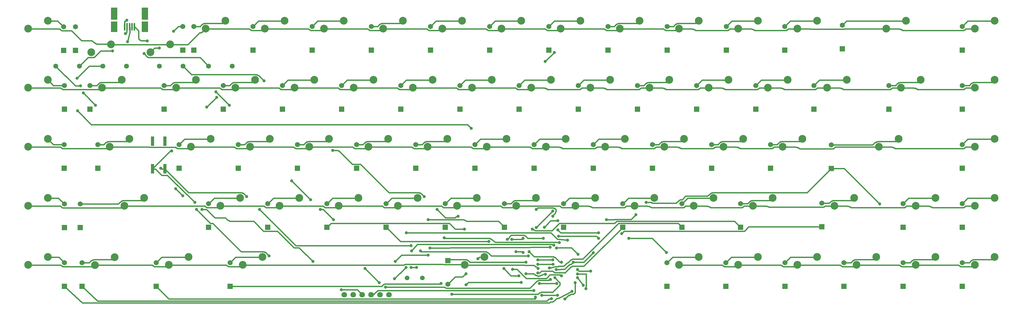
<source format=gbl>
G04 #@! TF.FileFunction,Copper,L2,Bot,Signal*
%FSLAX46Y46*%
G04 Gerber Fmt 4.6, Leading zero omitted, Abs format (unit mm)*
G04 Created by KiCad (PCBNEW 4.0.2-stable) date Tuesday, August 23, 2016 'AMt' 01:09:47 AM*
%MOMM*%
G01*
G04 APERTURE LIST*
%ADD10C,0.020000*%
%ADD11R,2.049780X4.000500*%
%ADD12R,2.049780X3.500120*%
%ADD13O,0.500400X2.500000*%
%ADD14C,1.600000*%
%ADD15R,1.000000X3.100000*%
%ADD16C,1.501140*%
%ADD17C,2.499360*%
%ADD18C,1.651000*%
%ADD19R,1.651000X1.651000*%
%ADD20C,1.800000*%
%ADD21C,1.000000*%
%ADD22C,0.406400*%
G04 APERTURE END LIST*
D10*
D11*
X142491460Y-155008580D03*
X132641340Y-155008580D03*
D12*
X132641340Y-159260540D03*
X142491460Y-159260540D03*
D13*
X137566400Y-159260500D03*
X136766300Y-159260500D03*
X135966200Y-159260500D03*
X138366500Y-159260500D03*
X139166600Y-159260500D03*
D14*
X163017200Y-171907200D03*
X170637200Y-171907200D03*
D15*
X148965900Y-205059200D03*
X144965400Y-196159200D03*
X148963400Y-196159200D03*
X144965400Y-205059200D03*
D16*
X226921060Y-240284000D03*
X231802940Y-240284000D03*
D17*
X111302800Y-233527600D03*
X104952800Y-236067600D03*
X132740400Y-233553000D03*
X126390400Y-236093000D03*
X180365400Y-233527600D03*
X174015400Y-236067600D03*
X320852800Y-233527600D03*
X314502800Y-236067600D03*
X339902800Y-233527600D03*
X333552800Y-236067600D03*
X358952800Y-233527600D03*
X352602800Y-236067600D03*
X378002800Y-233527600D03*
X371652800Y-236067600D03*
X397052800Y-233527600D03*
X390702800Y-236067600D03*
X416102800Y-233527600D03*
X409752800Y-236067600D03*
X111302800Y-214477600D03*
X104952800Y-217017600D03*
X142265400Y-214477600D03*
X135915400Y-217017600D03*
X173202600Y-214477600D03*
X166852600Y-217017600D03*
X192252600Y-214477600D03*
X185902600Y-217017600D03*
X211302600Y-214477600D03*
X204952600Y-217017600D03*
X230352600Y-214477600D03*
X224002600Y-217017600D03*
X249402600Y-214477600D03*
X243052600Y-217017600D03*
X268452600Y-214477600D03*
X262102600Y-217017600D03*
X287502600Y-214477600D03*
X281152600Y-217017600D03*
X306552600Y-214477600D03*
X300202600Y-217017600D03*
X325602600Y-214477600D03*
X319252600Y-217017600D03*
X344652600Y-214477600D03*
X338302600Y-217017600D03*
X370840000Y-214477600D03*
X364490000Y-217017600D03*
X397052800Y-214477600D03*
X390702800Y-217017600D03*
X416102800Y-214477600D03*
X409752800Y-217017600D03*
X111302800Y-195427600D03*
X104952800Y-197967600D03*
X137490200Y-195427600D03*
X131140200Y-197967600D03*
X163677600Y-195427600D03*
X157327600Y-197967600D03*
X182727600Y-195427600D03*
X176377600Y-197967600D03*
X201777600Y-195427600D03*
X195427600Y-197967600D03*
X220827600Y-195427600D03*
X214477600Y-197967600D03*
X239877600Y-195427600D03*
X233527600Y-197967600D03*
X258927600Y-195427600D03*
X252577600Y-197967600D03*
X277977600Y-195427600D03*
X271627600Y-197967600D03*
X297027600Y-195427600D03*
X290677600Y-197967600D03*
X316077600Y-195427600D03*
X309727600Y-197967600D03*
X335127600Y-195427600D03*
X328777600Y-197967600D03*
X354177600Y-195427600D03*
X347827600Y-197967600D03*
X385140200Y-195427600D03*
X378790200Y-197967600D03*
X416077400Y-195427600D03*
X409727400Y-197967600D03*
X111302800Y-176377600D03*
X104952800Y-178917600D03*
X135102600Y-176377600D03*
X128752600Y-178917600D03*
X158927800Y-176377600D03*
X152577800Y-178917600D03*
X177977800Y-176377600D03*
X171627800Y-178917600D03*
X197027800Y-176377600D03*
X190677800Y-178917600D03*
X216077800Y-176377600D03*
X209727800Y-178917600D03*
X235127800Y-176377600D03*
X228777800Y-178917600D03*
X254177800Y-176377600D03*
X247827800Y-178917600D03*
X273227800Y-176377600D03*
X266877800Y-178917600D03*
X292277800Y-176377600D03*
X285927800Y-178917600D03*
X311327800Y-176377600D03*
X304977800Y-178917600D03*
X330377800Y-176377600D03*
X324027800Y-178917600D03*
X349427800Y-176377600D03*
X343077800Y-178917600D03*
X368477800Y-176377600D03*
X362127800Y-178917600D03*
X392277600Y-176377600D03*
X385927600Y-178917600D03*
X416102800Y-176377600D03*
X409752800Y-178917600D03*
X111302800Y-157327600D03*
X104952800Y-159867600D03*
X125272800Y-167487600D03*
X131622800Y-164947600D03*
X144322800Y-167487600D03*
X150672800Y-164947600D03*
X168452800Y-157327600D03*
X162102800Y-159867600D03*
X187502800Y-157327600D03*
X181152800Y-159867600D03*
X206552800Y-157327600D03*
X200202800Y-159867600D03*
X225602800Y-157327600D03*
X219252800Y-159867600D03*
X244652800Y-157327600D03*
X238302800Y-159867600D03*
X263702800Y-157327600D03*
X257352800Y-159867600D03*
X282752800Y-157327600D03*
X276402800Y-159867600D03*
X301802800Y-157327600D03*
X295452800Y-159867600D03*
X320852800Y-157327600D03*
X314502800Y-159867600D03*
X339902800Y-157327600D03*
X333552800Y-159867600D03*
X358952800Y-157327600D03*
X352602800Y-159867600D03*
X387527800Y-157327600D03*
X381177800Y-159867600D03*
X416102800Y-157327600D03*
X409752800Y-159867600D03*
X251790200Y-233527600D03*
X245440200Y-236067600D03*
D18*
X116586000Y-235331000D03*
D19*
X116586000Y-242951000D03*
D18*
X122301000Y-235331000D03*
D19*
X122301000Y-242951000D03*
D18*
X146113500Y-235331000D03*
D19*
X146113500Y-242951000D03*
D18*
X169926000Y-235331000D03*
D19*
X169926000Y-242951000D03*
D18*
X240030000Y-242316000D03*
D19*
X240030000Y-234696000D03*
D18*
X310578500Y-235331000D03*
D19*
X310578500Y-242951000D03*
D18*
X329565000Y-235331000D03*
D19*
X329565000Y-242951000D03*
D18*
X348551500Y-235331000D03*
D19*
X348551500Y-242951000D03*
D18*
X367538000Y-235331000D03*
D19*
X367538000Y-242951000D03*
D18*
X386588000Y-235331000D03*
D19*
X386588000Y-242951000D03*
D18*
X405638000Y-235331000D03*
D19*
X405638000Y-242951000D03*
D18*
X116586000Y-216408000D03*
D19*
X116586000Y-224028000D03*
D18*
X121666000Y-216408000D03*
D19*
X121666000Y-224028000D03*
D18*
X163004500Y-216281000D03*
D19*
X163004500Y-223901000D03*
D18*
X182054500Y-216281000D03*
D19*
X182054500Y-223901000D03*
D18*
X201104500Y-216281000D03*
D19*
X201104500Y-223901000D03*
D18*
X220154500Y-216281000D03*
D19*
X220154500Y-223901000D03*
D18*
X239204500Y-216281000D03*
D19*
X239204500Y-223901000D03*
D18*
X258254500Y-216281000D03*
D19*
X258254500Y-223901000D03*
D18*
X277304500Y-216281000D03*
D19*
X277304500Y-223901000D03*
D18*
X296354500Y-216281000D03*
D19*
X296354500Y-223901000D03*
D18*
X315404500Y-216281000D03*
D19*
X315404500Y-223901000D03*
D18*
X334264000Y-216281000D03*
D19*
X334264000Y-223901000D03*
D18*
X360426000Y-216154000D03*
D19*
X360426000Y-223774000D03*
D18*
X386588000Y-216281000D03*
D19*
X386588000Y-223901000D03*
D18*
X405638000Y-216281000D03*
D19*
X405638000Y-223901000D03*
D18*
X116522500Y-197231000D03*
D19*
X116522500Y-204851000D03*
D18*
X127317500Y-197231000D03*
D19*
X127317500Y-204851000D03*
D18*
X153479500Y-197231000D03*
D19*
X153479500Y-204851000D03*
D18*
X172529500Y-197231000D03*
D19*
X172529500Y-204851000D03*
D18*
X191579500Y-197231000D03*
D19*
X191579500Y-204851000D03*
D18*
X210629500Y-197231000D03*
D19*
X210629500Y-204851000D03*
D18*
X229679500Y-197231000D03*
D19*
X229679500Y-204851000D03*
D18*
X248729500Y-197231000D03*
D19*
X248729500Y-204851000D03*
D18*
X267779500Y-197231000D03*
D19*
X267779500Y-204851000D03*
D18*
X286829500Y-197231000D03*
D19*
X286829500Y-204851000D03*
D18*
X305879500Y-197231000D03*
D19*
X305879500Y-204851000D03*
D18*
X324929500Y-197231000D03*
D19*
X324929500Y-204851000D03*
D18*
X343916000Y-197231000D03*
D19*
X343916000Y-204851000D03*
D18*
X363474000Y-197358000D03*
D19*
X363474000Y-204978000D03*
D18*
X405638000Y-197231000D03*
D19*
X405638000Y-204851000D03*
D18*
X116586000Y-178181000D03*
D19*
X116586000Y-185801000D03*
D18*
X124841000Y-178181000D03*
D19*
X124841000Y-185801000D03*
D18*
X148717000Y-178181000D03*
D19*
X148717000Y-185801000D03*
D18*
X167767000Y-178181000D03*
D19*
X167767000Y-185801000D03*
D18*
X186817000Y-178181000D03*
D19*
X186817000Y-185801000D03*
D18*
X205867000Y-178181000D03*
D19*
X205867000Y-185801000D03*
D18*
X224917000Y-178181000D03*
D19*
X224917000Y-185801000D03*
D18*
X243967000Y-178181000D03*
D19*
X243967000Y-185801000D03*
D18*
X263017000Y-178181000D03*
D19*
X263017000Y-185801000D03*
D18*
X282067000Y-178181000D03*
D19*
X282067000Y-185801000D03*
D18*
X301117000Y-178181000D03*
D19*
X301117000Y-185801000D03*
D18*
X320167000Y-178181000D03*
D19*
X320167000Y-185801000D03*
D18*
X339217000Y-178181000D03*
D19*
X339217000Y-185801000D03*
D18*
X357886000Y-178181000D03*
D19*
X357886000Y-185801000D03*
D18*
X382016000Y-178181000D03*
D19*
X382016000Y-185801000D03*
D18*
X405638000Y-178181000D03*
D19*
X405638000Y-185801000D03*
D18*
X116332000Y-159258000D03*
D19*
X116332000Y-166878000D03*
D18*
X120142000Y-159258000D03*
D19*
X120142000Y-166878000D03*
D18*
X154686000Y-159156400D03*
D19*
X154686000Y-166776400D03*
D18*
X158242000Y-159131000D03*
D19*
X158242000Y-166751000D03*
D18*
X177292000Y-159131000D03*
D19*
X177292000Y-166751000D03*
D18*
X196342000Y-159131000D03*
D19*
X196342000Y-166751000D03*
D18*
X215392000Y-159131000D03*
D19*
X215392000Y-166751000D03*
D18*
X234442000Y-159131000D03*
D19*
X234442000Y-166751000D03*
D18*
X253492000Y-159131000D03*
D19*
X253492000Y-166751000D03*
D18*
X272542000Y-159131000D03*
D19*
X272542000Y-166751000D03*
D18*
X291592000Y-159131000D03*
D19*
X291592000Y-166751000D03*
D18*
X310642000Y-159131000D03*
D19*
X310642000Y-166751000D03*
D18*
X329692000Y-159131000D03*
D19*
X329692000Y-166751000D03*
D18*
X348488000Y-159131000D03*
D19*
X348488000Y-166751000D03*
D18*
X367030000Y-158750000D03*
D19*
X367030000Y-166370000D03*
D18*
X405638000Y-159131000D03*
D19*
X405638000Y-166751000D03*
D14*
X113842800Y-171907200D03*
X121462800Y-171907200D03*
X128930400Y-171907200D03*
X136550400Y-171907200D03*
X147167600Y-171907200D03*
X154787600Y-171907200D03*
D17*
X156540200Y-233527600D03*
X150190200Y-236067600D03*
D20*
X206705200Y-245643400D03*
X215315800Y-245643400D03*
X209575400Y-245643400D03*
X218186000Y-245668800D03*
X212445600Y-245643400D03*
X221056200Y-245668800D03*
D21*
X279984200Y-244551200D03*
X273431000Y-246989600D03*
X268986000Y-238633000D03*
X265176000Y-238887000D03*
X271500600Y-239064800D03*
X272694400Y-237032800D03*
X267208000Y-224536000D03*
X264287000Y-227457000D03*
X260604000Y-227838000D03*
X264287000Y-232029000D03*
X262001000Y-231775000D03*
X259207000Y-227838000D03*
X270764000Y-227457000D03*
X271145000Y-223901000D03*
X275463000Y-221818200D03*
X275463000Y-224790000D03*
X288544000Y-225679000D03*
X296037000Y-225933000D03*
X268274800Y-246456200D03*
X237871000Y-242062000D03*
X241300000Y-245491000D03*
X274548600Y-240182400D03*
X245872000Y-242443000D03*
X263652000Y-241681000D03*
X245364000Y-224536000D03*
X258064000Y-237236000D03*
X262890000Y-239572800D03*
X253238000Y-228473000D03*
X265176000Y-235204000D03*
X233680000Y-221488000D03*
X266192000Y-231775000D03*
X276606000Y-235204000D03*
X310388000Y-232029000D03*
X298323000Y-227457000D03*
X288544000Y-227457000D03*
X275717000Y-226822000D03*
X269113000Y-237236000D03*
X268478000Y-218186000D03*
X273812000Y-220345000D03*
X274320000Y-167513000D03*
X271399000Y-170434000D03*
X273812000Y-218694000D03*
X268478000Y-224028000D03*
X283616400Y-242595400D03*
X281787600Y-240182400D03*
X281990800Y-232664000D03*
X274980400Y-230632000D03*
X175260000Y-213995000D03*
X179451000Y-218186000D03*
X228219000Y-229870000D03*
X143256000Y-163830000D03*
X147574000Y-204851000D03*
X231267000Y-231521000D03*
X265938000Y-233172000D03*
X226568000Y-236855000D03*
X222885000Y-240538000D03*
X268986000Y-234442000D03*
X273812000Y-234442000D03*
X275336000Y-245872000D03*
X270256000Y-245872000D03*
X228219000Y-236855000D03*
X229997000Y-236855000D03*
X281762200Y-237591600D03*
X286004000Y-238048800D03*
X136652000Y-157099000D03*
X217932000Y-241808000D03*
X213360000Y-237236000D03*
X203200000Y-221488000D03*
X199009000Y-218186000D03*
X195834000Y-215011000D03*
X189738000Y-208915000D03*
X169672000Y-184531000D03*
X165354000Y-180213000D03*
X142240000Y-167894000D03*
X267716000Y-244348000D03*
X273939000Y-235839000D03*
X268986000Y-235839000D03*
X275082000Y-242062000D03*
X269494000Y-242062000D03*
X245872000Y-238887000D03*
X249682000Y-234061000D03*
X147193000Y-166116000D03*
X151765000Y-160655000D03*
X226695000Y-225679000D03*
X278587200Y-228066600D03*
X303911000Y-215900000D03*
X300609000Y-219837000D03*
X291084000Y-221488000D03*
X379095000Y-216408000D03*
X286842200Y-232156000D03*
X280416000Y-235204000D03*
X274929600Y-237566200D03*
X273100800Y-240766600D03*
X219964000Y-243205000D03*
X274167600Y-229692200D03*
X228346000Y-231521000D03*
X272999200Y-230327200D03*
X234315000Y-230632000D03*
X281813000Y-238963200D03*
X284480000Y-243713000D03*
X275945600Y-228803200D03*
X238887000Y-227330000D03*
X233680000Y-232918000D03*
X223139000Y-234950000D03*
X205740000Y-244094000D03*
X196596000Y-234950000D03*
X160909000Y-218186000D03*
X158623000Y-215900000D03*
X151130000Y-199263000D03*
X162433000Y-185166000D03*
X165608000Y-181991000D03*
X120650000Y-175844200D03*
X120827800Y-186334400D03*
X247599200Y-191998600D03*
X276656800Y-239598200D03*
X260883400Y-237439200D03*
X121793000Y-178308000D03*
X122682000Y-180594000D03*
X126619000Y-184531000D03*
X152400000Y-211455000D03*
X154686000Y-213741000D03*
X159131000Y-218186000D03*
X182499000Y-233172000D03*
X277749000Y-247015000D03*
X281051000Y-241808000D03*
X180848000Y-176657000D03*
X202946000Y-199136000D03*
X232410000Y-213995000D03*
X236601000Y-218186000D03*
X243332000Y-220345000D03*
X136931400Y-164058600D03*
X132080000Y-167005000D03*
X136271000Y-161417000D03*
D22*
X276098000Y-246634000D02*
X279984200Y-244551200D01*
X275971000Y-246634000D02*
X276098000Y-246634000D01*
X275844000Y-246761000D02*
X275971000Y-246634000D01*
X275717000Y-246761000D02*
X275844000Y-246761000D01*
X275590000Y-246888000D02*
X275717000Y-246761000D01*
X275082000Y-246888000D02*
X275590000Y-246888000D01*
X274193000Y-247777000D02*
X275082000Y-246888000D01*
X274066000Y-247777000D02*
X274193000Y-247777000D01*
X273939000Y-247904000D02*
X274066000Y-247777000D01*
X273812000Y-247904000D02*
X273939000Y-247904000D01*
X273685000Y-248031000D02*
X273812000Y-247904000D01*
X273558000Y-248031000D02*
X273685000Y-248031000D01*
X273304000Y-248005600D02*
X273558000Y-248031000D01*
X273151600Y-248005600D02*
X273304000Y-248005600D01*
X273024600Y-248132600D02*
X273151600Y-248005600D01*
X272872200Y-248208800D02*
X273024600Y-248132600D01*
X272745200Y-248335800D02*
X272872200Y-248208800D01*
X122377200Y-248335800D02*
X272745200Y-248335800D01*
X116586000Y-242951000D02*
X122377200Y-248335800D01*
X122301000Y-242951000D02*
X127304800Y-247675400D01*
X127304800Y-247675400D02*
X271957800Y-247675400D01*
X271957800Y-247675400D02*
X272084800Y-247548400D01*
X272084800Y-247548400D02*
X272364200Y-247294400D01*
X272364200Y-247294400D02*
X272491200Y-247142000D01*
X272491200Y-247142000D02*
X272491200Y-247142000D01*
X272491200Y-247142000D02*
X273304000Y-246989600D01*
X273304000Y-246989600D02*
X273431000Y-246989600D01*
X268986000Y-238633000D02*
X269621000Y-238633000D01*
X274396200Y-238607600D02*
X277774400Y-238607600D01*
X273837400Y-238048800D02*
X274396200Y-238607600D01*
X270205200Y-238048800D02*
X273837400Y-238048800D01*
X269621000Y-238633000D02*
X270205200Y-238048800D01*
X296354500Y-223901000D02*
X296418000Y-223901000D01*
X296418000Y-223901000D02*
X283845000Y-236474000D01*
X279654000Y-236728000D02*
X277774400Y-238607600D01*
X279781000Y-236728000D02*
X279654000Y-236728000D01*
X279908000Y-236601000D02*
X279781000Y-236728000D01*
X280035000Y-236601000D02*
X279908000Y-236601000D01*
X280162000Y-236474000D02*
X280035000Y-236601000D01*
X283845000Y-236474000D02*
X280162000Y-236474000D01*
X277774400Y-238607600D02*
X277749000Y-238633000D01*
X267716000Y-238887000D02*
X265176000Y-238887000D01*
X268224000Y-239395000D02*
X267716000Y-238887000D01*
X268351000Y-239395000D02*
X268224000Y-239395000D01*
X268960600Y-239623600D02*
X268351000Y-239395000D01*
X269087600Y-239623600D02*
X268960600Y-239623600D01*
X269214600Y-239750600D02*
X269087600Y-239623600D01*
X271373600Y-238937800D02*
X269214600Y-239750600D01*
X271500600Y-239064800D02*
X271373600Y-238937800D01*
X272821400Y-237032800D02*
X272694400Y-237032800D01*
X274751800Y-236601000D02*
X272821400Y-237032800D01*
X274878800Y-236601000D02*
X274751800Y-236601000D01*
X275463000Y-236601000D02*
X274878800Y-236601000D01*
X275590000Y-236601000D02*
X275463000Y-236601000D01*
X275717000Y-236474000D02*
X275590000Y-236601000D01*
X277368000Y-236474000D02*
X275717000Y-236474000D01*
X278384000Y-235458000D02*
X277368000Y-236474000D01*
X278511000Y-235458000D02*
X278384000Y-235458000D01*
X278638000Y-235331000D02*
X278511000Y-235458000D01*
X278765000Y-235331000D02*
X278638000Y-235331000D01*
X279654000Y-234442000D02*
X278765000Y-235331000D01*
X279781000Y-234442000D02*
X279654000Y-234442000D01*
X279908000Y-234315000D02*
X279781000Y-234442000D01*
X280035000Y-234315000D02*
X279908000Y-234315000D01*
X280162000Y-234188000D02*
X280035000Y-234315000D01*
X283464000Y-234188000D02*
X280162000Y-234188000D01*
X295021000Y-222631000D02*
X283464000Y-234188000D01*
X314198000Y-222631000D02*
X295021000Y-222631000D01*
X314198000Y-222631000D02*
X315468000Y-223901000D01*
X315404500Y-223901000D02*
X315468000Y-223901000D01*
X334264000Y-223901000D02*
X332359000Y-221996000D01*
X332359000Y-221996000D02*
X294386000Y-221996000D01*
X294386000Y-221996000D02*
X293751000Y-222631000D01*
X293751000Y-222631000D02*
X275971000Y-222631000D01*
X275971000Y-222631000D02*
X273558000Y-225044000D01*
X273558000Y-225044000D02*
X268224000Y-225044000D01*
X268224000Y-225044000D02*
X268097000Y-224917000D01*
X268097000Y-224917000D02*
X267970000Y-224917000D01*
X267970000Y-224917000D02*
X267843000Y-224790000D01*
X267843000Y-224790000D02*
X267716000Y-224790000D01*
X267716000Y-224790000D02*
X267462000Y-224536000D01*
X267462000Y-224536000D02*
X267208000Y-224536000D01*
X264287000Y-227457000D02*
X263906000Y-227838000D01*
X263906000Y-227838000D02*
X260604000Y-227838000D01*
X264287000Y-232029000D02*
X264033000Y-231775000D01*
X264033000Y-231775000D02*
X262001000Y-231775000D01*
X259207000Y-227838000D02*
X259842000Y-227203000D01*
X259842000Y-227203000D02*
X259842000Y-227076000D01*
X259842000Y-227076000D02*
X260477000Y-226441000D01*
X260477000Y-226441000D02*
X264541000Y-226441000D01*
X264541000Y-226441000D02*
X264668000Y-226568000D01*
X264668000Y-226568000D02*
X264795000Y-226568000D01*
X264795000Y-226568000D02*
X264922000Y-226695000D01*
X264922000Y-226695000D02*
X265049000Y-226695000D01*
X265049000Y-226695000D02*
X265811000Y-227457000D01*
X265811000Y-227457000D02*
X270764000Y-227457000D01*
X271145000Y-223901000D02*
X273177000Y-221843600D01*
X273177000Y-221843600D02*
X275463000Y-221818200D01*
X275463000Y-224790000D02*
X276352000Y-225679000D01*
X276352000Y-225679000D02*
X288544000Y-225679000D01*
X296037000Y-225933000D02*
X296799000Y-225171000D01*
X296799000Y-225171000D02*
X335534000Y-225171000D01*
X335534000Y-225171000D02*
X336931000Y-223774000D01*
X336931000Y-223774000D02*
X360426000Y-223774000D01*
X268274800Y-247040400D02*
X268274800Y-246456200D01*
X150241000Y-247015000D02*
X268274800Y-247040400D01*
X150241000Y-247015000D02*
X146177000Y-242951000D01*
X146113500Y-242951000D02*
X146177000Y-242951000D01*
X169926000Y-242951000D02*
X218694000Y-242951000D01*
X219202000Y-242443000D02*
X218694000Y-242951000D01*
X219329000Y-242443000D02*
X219202000Y-242443000D01*
X219456000Y-242316000D02*
X219329000Y-242443000D01*
X219583000Y-242316000D02*
X219456000Y-242316000D01*
X219710000Y-242189000D02*
X219583000Y-242316000D01*
X237744000Y-242189000D02*
X219710000Y-242189000D01*
X237871000Y-242062000D02*
X237744000Y-242189000D01*
X269113000Y-245491000D02*
X241300000Y-245491000D01*
X269494000Y-245110000D02*
X269113000Y-245491000D01*
X269621000Y-245110000D02*
X269494000Y-245110000D01*
X269748000Y-244983000D02*
X269621000Y-245110000D01*
X269875000Y-244983000D02*
X269748000Y-244983000D01*
X270002000Y-244856000D02*
X269875000Y-244983000D01*
X273812000Y-244856000D02*
X270002000Y-244856000D01*
X276098000Y-242570000D02*
X273812000Y-244856000D01*
X276098000Y-241808000D02*
X276098000Y-242570000D01*
X275971000Y-241681000D02*
X276098000Y-241808000D01*
X274548600Y-240182400D02*
X275971000Y-241681000D01*
X245872000Y-242443000D02*
X246634000Y-241681000D01*
X246634000Y-241681000D02*
X263652000Y-241681000D01*
X201168000Y-223901000D02*
X202438000Y-222631000D01*
X202438000Y-222631000D02*
X240538000Y-222631000D01*
X240538000Y-222631000D02*
X242443000Y-224536000D01*
X242443000Y-224536000D02*
X245364000Y-224536000D01*
X258064000Y-237236000D02*
X260400800Y-239572800D01*
X260400800Y-239572800D02*
X262890000Y-239572800D01*
X201104500Y-223901000D02*
X201168000Y-223901000D01*
X220154500Y-223901000D02*
X220218000Y-223901000D01*
X220218000Y-223901000D02*
X224790000Y-228473000D01*
X224790000Y-228473000D02*
X253238000Y-228473000D01*
X240030000Y-234696000D02*
X240411000Y-234315000D01*
X240411000Y-234315000D02*
X245872000Y-234315000D01*
X245872000Y-234315000D02*
X245999000Y-234442000D01*
X245999000Y-234442000D02*
X246253000Y-234442000D01*
X246253000Y-234442000D02*
X246507000Y-234696000D01*
X246507000Y-234696000D02*
X246634000Y-234696000D01*
X246634000Y-234696000D02*
X247142000Y-235204000D01*
X247142000Y-235204000D02*
X265176000Y-235204000D01*
X258254500Y-223901000D02*
X258318000Y-223901000D01*
X258318000Y-223901000D02*
X256413000Y-221996000D01*
X256413000Y-221996000D02*
X246126000Y-221996000D01*
X246126000Y-221996000D02*
X245999000Y-221869000D01*
X245999000Y-221869000D02*
X245872000Y-221869000D01*
X245872000Y-221869000D02*
X245745000Y-221742000D01*
X245745000Y-221742000D02*
X245618000Y-221742000D01*
X245618000Y-221742000D02*
X245491000Y-221615000D01*
X245491000Y-221615000D02*
X245364000Y-221615000D01*
X245364000Y-221615000D02*
X245237000Y-221488000D01*
X245237000Y-221488000D02*
X233680000Y-221488000D01*
X266192000Y-231775000D02*
X267843000Y-233426000D01*
X267843000Y-233426000D02*
X274066000Y-233426000D01*
X274066000Y-233426000D02*
X274193000Y-233553000D01*
X274193000Y-233553000D02*
X274320000Y-233553000D01*
X274320000Y-233553000D02*
X274447000Y-233680000D01*
X274447000Y-233680000D02*
X274574000Y-233680000D01*
X274574000Y-233680000D02*
X276098000Y-235204000D01*
X276098000Y-235204000D02*
X276606000Y-235204000D01*
X310388000Y-232029000D02*
X305816000Y-227457000D01*
X305816000Y-227457000D02*
X298323000Y-227457000D01*
X288544000Y-227457000D02*
X287909000Y-226822000D01*
X287909000Y-226822000D02*
X275717000Y-226822000D01*
X245440200Y-236067600D02*
X245491000Y-236093000D01*
X245491000Y-236093000D02*
X245364000Y-235966000D01*
X245364000Y-235966000D02*
X238760000Y-235966000D01*
X238760000Y-235966000D02*
X238633000Y-235839000D01*
X238633000Y-235839000D02*
X226314000Y-235839000D01*
X226314000Y-235839000D02*
X226187000Y-235966000D01*
X226187000Y-235966000D02*
X226060000Y-235966000D01*
X226060000Y-235966000D02*
X225933000Y-236093000D01*
X225933000Y-236093000D02*
X173990000Y-236093000D01*
X173990000Y-236093000D02*
X174015400Y-236067600D01*
X269113000Y-237236000D02*
X268605000Y-236728000D01*
X268605000Y-236728000D02*
X268478000Y-236728000D01*
X268478000Y-236728000D02*
X268351000Y-236601000D01*
X268351000Y-236601000D02*
X268224000Y-236601000D01*
X268224000Y-236601000D02*
X267843000Y-236220000D01*
X267843000Y-236220000D02*
X264922000Y-236220000D01*
X264922000Y-236220000D02*
X264795000Y-236093000D01*
X264795000Y-236093000D02*
X245491000Y-236093000D01*
X245491000Y-236093000D02*
X245440200Y-236067600D01*
X150190200Y-236067600D02*
X150241000Y-236093000D01*
X150241000Y-236093000D02*
X149733000Y-236601000D01*
X149733000Y-236601000D02*
X145542000Y-236601000D01*
X145542000Y-236601000D02*
X145288000Y-236347000D01*
X145288000Y-236347000D02*
X145161000Y-236347000D01*
X145161000Y-236347000D02*
X144907000Y-236093000D01*
X144907000Y-236093000D02*
X126390400Y-236093000D01*
X174015400Y-236067600D02*
X173482000Y-236601000D01*
X173482000Y-236601000D02*
X169418000Y-236601000D01*
X169418000Y-236601000D02*
X169291000Y-236474000D01*
X169291000Y-236474000D02*
X169164000Y-236474000D01*
X169164000Y-236474000D02*
X168783000Y-236093000D01*
X168783000Y-236093000D02*
X150241000Y-236093000D01*
X150241000Y-236093000D02*
X150190200Y-236067600D01*
X126390400Y-236093000D02*
X126365000Y-236093000D01*
X126365000Y-236093000D02*
X125857000Y-236601000D01*
X125857000Y-236601000D02*
X116078000Y-236601000D01*
X116078000Y-236601000D02*
X115951000Y-236474000D01*
X115951000Y-236474000D02*
X115824000Y-236474000D01*
X115824000Y-236474000D02*
X115443000Y-236093000D01*
X115443000Y-236093000D02*
X104902000Y-236093000D01*
X104902000Y-236093000D02*
X104952800Y-236067600D01*
X390702800Y-236067600D02*
X390652000Y-236093000D01*
X390652000Y-236093000D02*
X390144000Y-236601000D01*
X390144000Y-236601000D02*
X386080000Y-236601000D01*
X386080000Y-236601000D02*
X385953000Y-236474000D01*
X385953000Y-236474000D02*
X385826000Y-236474000D01*
X385826000Y-236474000D02*
X385445000Y-236093000D01*
X385445000Y-236093000D02*
X371602000Y-236093000D01*
X371602000Y-236093000D02*
X371652800Y-236067600D01*
X371652800Y-236067600D02*
X371602000Y-236093000D01*
X371602000Y-236093000D02*
X371094000Y-236601000D01*
X371094000Y-236601000D02*
X367030000Y-236601000D01*
X367030000Y-236601000D02*
X366903000Y-236474000D01*
X366903000Y-236474000D02*
X366776000Y-236474000D01*
X366776000Y-236474000D02*
X366395000Y-236093000D01*
X366395000Y-236093000D02*
X352552000Y-236093000D01*
X352552000Y-236093000D02*
X352602800Y-236067600D01*
X409752800Y-236067600D02*
X409702000Y-236093000D01*
X409702000Y-236093000D02*
X409194000Y-236601000D01*
X409194000Y-236601000D02*
X405130000Y-236601000D01*
X405130000Y-236601000D02*
X405003000Y-236474000D01*
X405003000Y-236474000D02*
X404876000Y-236474000D01*
X404876000Y-236474000D02*
X404495000Y-236093000D01*
X404495000Y-236093000D02*
X390652000Y-236093000D01*
X390652000Y-236093000D02*
X390702800Y-236067600D01*
X352602800Y-236067600D02*
X352552000Y-236093000D01*
X352552000Y-236093000D02*
X352044000Y-236601000D01*
X352044000Y-236601000D02*
X347980000Y-236601000D01*
X347980000Y-236601000D02*
X347726000Y-236347000D01*
X347726000Y-236347000D02*
X347599000Y-236347000D01*
X347599000Y-236347000D02*
X347345000Y-236093000D01*
X347345000Y-236093000D02*
X333502000Y-236093000D01*
X333502000Y-236093000D02*
X333552800Y-236067600D01*
X333552800Y-236067600D02*
X333502000Y-236093000D01*
X333502000Y-236093000D02*
X332994000Y-236601000D01*
X332994000Y-236601000D02*
X329057000Y-236601000D01*
X329057000Y-236601000D02*
X328930000Y-236474000D01*
X328930000Y-236474000D02*
X328803000Y-236474000D01*
X328803000Y-236474000D02*
X328422000Y-236093000D01*
X328422000Y-236093000D02*
X314452000Y-236093000D01*
X314452000Y-236093000D02*
X314502800Y-236067600D01*
X268478000Y-218186000D02*
X268986000Y-217678000D01*
X268986000Y-217678000D02*
X274066000Y-217678000D01*
X274066000Y-217678000D02*
X274193000Y-217805000D01*
X274193000Y-217805000D02*
X274320000Y-217805000D01*
X274320000Y-217805000D02*
X274447000Y-217932000D01*
X274447000Y-217932000D02*
X274574000Y-217932000D01*
X274574000Y-217932000D02*
X274828000Y-218186000D01*
X274828000Y-218186000D02*
X274828000Y-218948000D01*
X274828000Y-218948000D02*
X274701000Y-219075000D01*
X274701000Y-219075000D02*
X274701000Y-219202000D01*
X274701000Y-219202000D02*
X274574000Y-219329000D01*
X274574000Y-219329000D02*
X274574000Y-219456000D01*
X274574000Y-219456000D02*
X273812000Y-220218000D01*
X273812000Y-220218000D02*
X273812000Y-220345000D01*
X166852600Y-217017600D02*
X166751000Y-217170000D01*
X166751000Y-217170000D02*
X166370000Y-217551000D01*
X166370000Y-217551000D02*
X162433000Y-217551000D01*
X162433000Y-217551000D02*
X162179000Y-217297000D01*
X162179000Y-217297000D02*
X162052000Y-217297000D01*
X162052000Y-217297000D02*
X161798000Y-217043000D01*
X161798000Y-217043000D02*
X135890000Y-217043000D01*
X135890000Y-217043000D02*
X135915400Y-217017600D01*
X135915400Y-217017600D02*
X135255000Y-217678000D01*
X135255000Y-217678000D02*
X116078000Y-217678000D01*
X116078000Y-217678000D02*
X115951000Y-217551000D01*
X115951000Y-217551000D02*
X115824000Y-217551000D01*
X115824000Y-217551000D02*
X115316000Y-217043000D01*
X115316000Y-217043000D02*
X104902000Y-217043000D01*
X104902000Y-217043000D02*
X104952800Y-217017600D01*
X338302600Y-217017600D02*
X338328000Y-217043000D01*
X338328000Y-217043000D02*
X342392000Y-217043000D01*
X342392000Y-217043000D02*
X342519000Y-217170000D01*
X342519000Y-217170000D02*
X343027000Y-217170000D01*
X343027000Y-217170000D02*
X343154000Y-217297000D01*
X343154000Y-217297000D02*
X343281000Y-217297000D01*
X343281000Y-217297000D02*
X343408000Y-217424000D01*
X343408000Y-217424000D02*
X360934000Y-217424000D01*
X360934000Y-217424000D02*
X361061000Y-217297000D01*
X361061000Y-217297000D02*
X361188000Y-217297000D01*
X361188000Y-217297000D02*
X361442000Y-217043000D01*
X361442000Y-217043000D02*
X364490000Y-217043000D01*
X364490000Y-217043000D02*
X364490000Y-217017600D01*
X364490000Y-217017600D02*
X364490000Y-217043000D01*
X364490000Y-217043000D02*
X368554000Y-217043000D01*
X368554000Y-217043000D02*
X368681000Y-217170000D01*
X368681000Y-217170000D02*
X369189000Y-217170000D01*
X369189000Y-217170000D02*
X369316000Y-217297000D01*
X369316000Y-217297000D02*
X369443000Y-217297000D01*
X369443000Y-217297000D02*
X369570000Y-217424000D01*
X369570000Y-217424000D02*
X369697000Y-217424000D01*
X369697000Y-217424000D02*
X369824000Y-217551000D01*
X369824000Y-217551000D02*
X387096000Y-217551000D01*
X387096000Y-217551000D02*
X387223000Y-217424000D01*
X387223000Y-217424000D02*
X387350000Y-217424000D01*
X387350000Y-217424000D02*
X387731000Y-217043000D01*
X387731000Y-217043000D02*
X390652000Y-217043000D01*
X390652000Y-217043000D02*
X390702800Y-217017600D01*
X281152600Y-217017600D02*
X281178000Y-217043000D01*
X281178000Y-217043000D02*
X285242000Y-217043000D01*
X285242000Y-217043000D02*
X285369000Y-217170000D01*
X285369000Y-217170000D02*
X285877000Y-217170000D01*
X285877000Y-217170000D02*
X286004000Y-217297000D01*
X286004000Y-217297000D02*
X286131000Y-217297000D01*
X286131000Y-217297000D02*
X286258000Y-217424000D01*
X286258000Y-217424000D02*
X286385000Y-217424000D01*
X286385000Y-217424000D02*
X286512000Y-217551000D01*
X286512000Y-217551000D02*
X296926000Y-217551000D01*
X296926000Y-217551000D02*
X297180000Y-217297000D01*
X297180000Y-217297000D02*
X297307000Y-217297000D01*
X297307000Y-217297000D02*
X297561000Y-217043000D01*
X297561000Y-217043000D02*
X300228000Y-217043000D01*
X300228000Y-217043000D02*
X300202600Y-217017600D01*
X185902600Y-217017600D02*
X185801000Y-217170000D01*
X185801000Y-217170000D02*
X185420000Y-217551000D01*
X185420000Y-217551000D02*
X181483000Y-217551000D01*
X181483000Y-217551000D02*
X181229000Y-217297000D01*
X181229000Y-217297000D02*
X181102000Y-217297000D01*
X181102000Y-217297000D02*
X180848000Y-217043000D01*
X180848000Y-217043000D02*
X166878000Y-217043000D01*
X166878000Y-217043000D02*
X166852600Y-217017600D01*
X204952600Y-217017600D02*
X204851000Y-217170000D01*
X204851000Y-217170000D02*
X204470000Y-217551000D01*
X204470000Y-217551000D02*
X200533000Y-217551000D01*
X200533000Y-217551000D02*
X200279000Y-217297000D01*
X200279000Y-217297000D02*
X200152000Y-217297000D01*
X200152000Y-217297000D02*
X199898000Y-217043000D01*
X199898000Y-217043000D02*
X185928000Y-217043000D01*
X185928000Y-217043000D02*
X185902600Y-217017600D01*
X281152600Y-217017600D02*
X281051000Y-217170000D01*
X281051000Y-217170000D02*
X280670000Y-217551000D01*
X280670000Y-217551000D02*
X276733000Y-217551000D01*
X276733000Y-217551000D02*
X276479000Y-217297000D01*
X276479000Y-217297000D02*
X276352000Y-217297000D01*
X276352000Y-217297000D02*
X276098000Y-217043000D01*
X276098000Y-217043000D02*
X262128000Y-217043000D01*
X262128000Y-217043000D02*
X262102600Y-217017600D01*
X390702800Y-217017600D02*
X390652000Y-217043000D01*
X390652000Y-217043000D02*
X394843000Y-217043000D01*
X394843000Y-217043000D02*
X394970000Y-217170000D01*
X394970000Y-217170000D02*
X395351000Y-217170000D01*
X395351000Y-217170000D02*
X395478000Y-217297000D01*
X395478000Y-217297000D02*
X395605000Y-217297000D01*
X395605000Y-217297000D02*
X395732000Y-217424000D01*
X395732000Y-217424000D02*
X395859000Y-217424000D01*
X395859000Y-217424000D02*
X395986000Y-217551000D01*
X395986000Y-217551000D02*
X406146000Y-217551000D01*
X406146000Y-217551000D02*
X406273000Y-217424000D01*
X406273000Y-217424000D02*
X406400000Y-217424000D01*
X406400000Y-217424000D02*
X406781000Y-217043000D01*
X406781000Y-217043000D02*
X409702000Y-217043000D01*
X409702000Y-217043000D02*
X409752800Y-217017600D01*
X319252600Y-217017600D02*
X319278000Y-217043000D01*
X319278000Y-217043000D02*
X323342000Y-217043000D01*
X323342000Y-217043000D02*
X323469000Y-217170000D01*
X323469000Y-217170000D02*
X323977000Y-217170000D01*
X323977000Y-217170000D02*
X324104000Y-217297000D01*
X324104000Y-217297000D02*
X324231000Y-217297000D01*
X324231000Y-217297000D02*
X324358000Y-217424000D01*
X324358000Y-217424000D02*
X324485000Y-217424000D01*
X324485000Y-217424000D02*
X324612000Y-217551000D01*
X324612000Y-217551000D02*
X334772000Y-217551000D01*
X334772000Y-217551000D02*
X334899000Y-217424000D01*
X334899000Y-217424000D02*
X335026000Y-217424000D01*
X335026000Y-217424000D02*
X335407000Y-217043000D01*
X335407000Y-217043000D02*
X338328000Y-217043000D01*
X338328000Y-217043000D02*
X338302600Y-217017600D01*
X224002600Y-217017600D02*
X223901000Y-217170000D01*
X223901000Y-217170000D02*
X223520000Y-217551000D01*
X223520000Y-217551000D02*
X219583000Y-217551000D01*
X219583000Y-217551000D02*
X219329000Y-217297000D01*
X219329000Y-217297000D02*
X219202000Y-217297000D01*
X219202000Y-217297000D02*
X218948000Y-217043000D01*
X218948000Y-217043000D02*
X204978000Y-217043000D01*
X204978000Y-217043000D02*
X204952600Y-217017600D01*
X300202600Y-217017600D02*
X300228000Y-217043000D01*
X300228000Y-217043000D02*
X304292000Y-217043000D01*
X304292000Y-217043000D02*
X304419000Y-217170000D01*
X304419000Y-217170000D02*
X304927000Y-217170000D01*
X304927000Y-217170000D02*
X305054000Y-217297000D01*
X305054000Y-217297000D02*
X305181000Y-217297000D01*
X305181000Y-217297000D02*
X305308000Y-217424000D01*
X305308000Y-217424000D02*
X305435000Y-217424000D01*
X305435000Y-217424000D02*
X305562000Y-217551000D01*
X305562000Y-217551000D02*
X315976000Y-217551000D01*
X315976000Y-217551000D02*
X316230000Y-217297000D01*
X316230000Y-217297000D02*
X316357000Y-217297000D01*
X316357000Y-217297000D02*
X316611000Y-217043000D01*
X316611000Y-217043000D02*
X319278000Y-217043000D01*
X319278000Y-217043000D02*
X319252600Y-217017600D01*
X243052600Y-217017600D02*
X242951000Y-217170000D01*
X242951000Y-217170000D02*
X242570000Y-217551000D01*
X242570000Y-217551000D02*
X238633000Y-217551000D01*
X238633000Y-217551000D02*
X238379000Y-217297000D01*
X238379000Y-217297000D02*
X238252000Y-217297000D01*
X238252000Y-217297000D02*
X237998000Y-217043000D01*
X237998000Y-217043000D02*
X224028000Y-217043000D01*
X224028000Y-217043000D02*
X224002600Y-217017600D01*
X262102600Y-217017600D02*
X262001000Y-217170000D01*
X262001000Y-217170000D02*
X261620000Y-217551000D01*
X261620000Y-217551000D02*
X257683000Y-217551000D01*
X257683000Y-217551000D02*
X257429000Y-217297000D01*
X257429000Y-217297000D02*
X257302000Y-217297000D01*
X257302000Y-217297000D02*
X257048000Y-217043000D01*
X257048000Y-217043000D02*
X243078000Y-217043000D01*
X243078000Y-217043000D02*
X243052600Y-217017600D01*
X347827600Y-197967600D02*
X347853000Y-197993000D01*
X347853000Y-197993000D02*
X351917000Y-197993000D01*
X351917000Y-197993000D02*
X352044000Y-198120000D01*
X352044000Y-198120000D02*
X352552000Y-198120000D01*
X352552000Y-198120000D02*
X352679000Y-198247000D01*
X352679000Y-198247000D02*
X352806000Y-198247000D01*
X352806000Y-198247000D02*
X352933000Y-198374000D01*
X352933000Y-198374000D02*
X353060000Y-198374000D01*
X353060000Y-198374000D02*
X353314000Y-198628000D01*
X353314000Y-198628000D02*
X363982000Y-198628000D01*
X363982000Y-198628000D02*
X364109000Y-198501000D01*
X364109000Y-198501000D02*
X364236000Y-198501000D01*
X364236000Y-198501000D02*
X364744000Y-197993000D01*
X364744000Y-197993000D02*
X378841000Y-197993000D01*
X378841000Y-197993000D02*
X378790200Y-197967600D01*
X378790200Y-197967600D02*
X378841000Y-197993000D01*
X378841000Y-197993000D02*
X382905000Y-197993000D01*
X382905000Y-197993000D02*
X383032000Y-198120000D01*
X383032000Y-198120000D02*
X383413000Y-198120000D01*
X383413000Y-198120000D02*
X383540000Y-198247000D01*
X383540000Y-198247000D02*
X383794000Y-198247000D01*
X383794000Y-198247000D02*
X384048000Y-198501000D01*
X384048000Y-198501000D02*
X406146000Y-198501000D01*
X406146000Y-198501000D02*
X406273000Y-198374000D01*
X406273000Y-198374000D02*
X406400000Y-198374000D01*
X406400000Y-198374000D02*
X406781000Y-197993000D01*
X406781000Y-197993000D02*
X409702000Y-197993000D01*
X409702000Y-197993000D02*
X409727400Y-197967600D01*
X131140200Y-197967600D02*
X131191000Y-197993000D01*
X131191000Y-197993000D02*
X130683000Y-198501000D01*
X130683000Y-198501000D02*
X115951000Y-198501000D01*
X115951000Y-198501000D02*
X115697000Y-198247000D01*
X115697000Y-198247000D02*
X115570000Y-198247000D01*
X115570000Y-198247000D02*
X115316000Y-197993000D01*
X115316000Y-197993000D02*
X104902000Y-197993000D01*
X104902000Y-197993000D02*
X104952800Y-197967600D01*
X157327600Y-197967600D02*
X157226000Y-198120000D01*
X157226000Y-198120000D02*
X156845000Y-198501000D01*
X156845000Y-198501000D02*
X152908000Y-198501000D01*
X152908000Y-198501000D02*
X152654000Y-198247000D01*
X152654000Y-198247000D02*
X152527000Y-198247000D01*
X152527000Y-198247000D02*
X152400000Y-198120000D01*
X152400000Y-198120000D02*
X144018000Y-198120000D01*
X144018000Y-198120000D02*
X143891000Y-197993000D01*
X143891000Y-197993000D02*
X131191000Y-197993000D01*
X131191000Y-197993000D02*
X131140200Y-197967600D01*
X309727600Y-197967600D02*
X309753000Y-197993000D01*
X309753000Y-197993000D02*
X313817000Y-197993000D01*
X313817000Y-197993000D02*
X313944000Y-198120000D01*
X313944000Y-198120000D02*
X314452000Y-198120000D01*
X314452000Y-198120000D02*
X314579000Y-198247000D01*
X314579000Y-198247000D02*
X314706000Y-198247000D01*
X314706000Y-198247000D02*
X314833000Y-198374000D01*
X314833000Y-198374000D02*
X314960000Y-198374000D01*
X314960000Y-198374000D02*
X315087000Y-198501000D01*
X315087000Y-198501000D02*
X325501000Y-198501000D01*
X325501000Y-198501000D02*
X325755000Y-198247000D01*
X325755000Y-198247000D02*
X325882000Y-198247000D01*
X325882000Y-198247000D02*
X326136000Y-197993000D01*
X326136000Y-197993000D02*
X328803000Y-197993000D01*
X328803000Y-197993000D02*
X328777600Y-197967600D01*
X328777600Y-197967600D02*
X328803000Y-197993000D01*
X328803000Y-197993000D02*
X332867000Y-197993000D01*
X332867000Y-197993000D02*
X332994000Y-198120000D01*
X332994000Y-198120000D02*
X333502000Y-198120000D01*
X333502000Y-198120000D02*
X333629000Y-198247000D01*
X333629000Y-198247000D02*
X333756000Y-198247000D01*
X333756000Y-198247000D02*
X333883000Y-198374000D01*
X333883000Y-198374000D02*
X334010000Y-198374000D01*
X334010000Y-198374000D02*
X334137000Y-198501000D01*
X334137000Y-198501000D02*
X344424000Y-198501000D01*
X344424000Y-198501000D02*
X344551000Y-198374000D01*
X344551000Y-198374000D02*
X344678000Y-198374000D01*
X344678000Y-198374000D02*
X345059000Y-197993000D01*
X345059000Y-197993000D02*
X347853000Y-197993000D01*
X347853000Y-197993000D02*
X347827600Y-197967600D01*
X290677600Y-197967600D02*
X290703000Y-197993000D01*
X290703000Y-197993000D02*
X294767000Y-197993000D01*
X294767000Y-197993000D02*
X294894000Y-198120000D01*
X294894000Y-198120000D02*
X295402000Y-198120000D01*
X295402000Y-198120000D02*
X295529000Y-198247000D01*
X295529000Y-198247000D02*
X295656000Y-198247000D01*
X295656000Y-198247000D02*
X295783000Y-198374000D01*
X295783000Y-198374000D02*
X295910000Y-198374000D01*
X295910000Y-198374000D02*
X296037000Y-198501000D01*
X296037000Y-198501000D02*
X306451000Y-198501000D01*
X306451000Y-198501000D02*
X306705000Y-198247000D01*
X306705000Y-198247000D02*
X306832000Y-198247000D01*
X306832000Y-198247000D02*
X307086000Y-197993000D01*
X307086000Y-197993000D02*
X309753000Y-197993000D01*
X309753000Y-197993000D02*
X309727600Y-197967600D01*
X214477600Y-197967600D02*
X214376000Y-198120000D01*
X214376000Y-198120000D02*
X213995000Y-198501000D01*
X213995000Y-198501000D02*
X210058000Y-198501000D01*
X210058000Y-198501000D02*
X209804000Y-198247000D01*
X209804000Y-198247000D02*
X209677000Y-198247000D01*
X209677000Y-198247000D02*
X209423000Y-197993000D01*
X209423000Y-197993000D02*
X195453000Y-197993000D01*
X195453000Y-197993000D02*
X195427600Y-197967600D01*
X195427600Y-197967600D02*
X195326000Y-198120000D01*
X195326000Y-198120000D02*
X194945000Y-198501000D01*
X194945000Y-198501000D02*
X191008000Y-198501000D01*
X191008000Y-198501000D02*
X190754000Y-198247000D01*
X190754000Y-198247000D02*
X190627000Y-198247000D01*
X190627000Y-198247000D02*
X190373000Y-197993000D01*
X190373000Y-197993000D02*
X176403000Y-197993000D01*
X176403000Y-197993000D02*
X176377600Y-197967600D01*
X176377600Y-197967600D02*
X176276000Y-198120000D01*
X176276000Y-198120000D02*
X175895000Y-198501000D01*
X175895000Y-198501000D02*
X171958000Y-198501000D01*
X171958000Y-198501000D02*
X171704000Y-198247000D01*
X171704000Y-198247000D02*
X171577000Y-198247000D01*
X171577000Y-198247000D02*
X171323000Y-197993000D01*
X171323000Y-197993000D02*
X157353000Y-197993000D01*
X157353000Y-197993000D02*
X157327600Y-197967600D01*
X233527600Y-197967600D02*
X233426000Y-198120000D01*
X233426000Y-198120000D02*
X233045000Y-198501000D01*
X233045000Y-198501000D02*
X229108000Y-198501000D01*
X229108000Y-198501000D02*
X228854000Y-198247000D01*
X228854000Y-198247000D02*
X228727000Y-198247000D01*
X228727000Y-198247000D02*
X228473000Y-197993000D01*
X228473000Y-197993000D02*
X214503000Y-197993000D01*
X214503000Y-197993000D02*
X214477600Y-197967600D01*
X252577600Y-197967600D02*
X252476000Y-198120000D01*
X252476000Y-198120000D02*
X252095000Y-198501000D01*
X252095000Y-198501000D02*
X248158000Y-198501000D01*
X248158000Y-198501000D02*
X247904000Y-198247000D01*
X247904000Y-198247000D02*
X247777000Y-198247000D01*
X247777000Y-198247000D02*
X247523000Y-197993000D01*
X247523000Y-197993000D02*
X233553000Y-197993000D01*
X233553000Y-197993000D02*
X233527600Y-197967600D01*
X271627600Y-197967600D02*
X271526000Y-198120000D01*
X271526000Y-198120000D02*
X271145000Y-198501000D01*
X271145000Y-198501000D02*
X267208000Y-198501000D01*
X267208000Y-198501000D02*
X266954000Y-198247000D01*
X266954000Y-198247000D02*
X266827000Y-198247000D01*
X266827000Y-198247000D02*
X266573000Y-197993000D01*
X266573000Y-197993000D02*
X252603000Y-197993000D01*
X252603000Y-197993000D02*
X252577600Y-197967600D01*
X271627600Y-197967600D02*
X271653000Y-197993000D01*
X271653000Y-197993000D02*
X275717000Y-197993000D01*
X275717000Y-197993000D02*
X275844000Y-198120000D01*
X275844000Y-198120000D02*
X276352000Y-198120000D01*
X276352000Y-198120000D02*
X276479000Y-198247000D01*
X276479000Y-198247000D02*
X276606000Y-198247000D01*
X276606000Y-198247000D02*
X276733000Y-198374000D01*
X276733000Y-198374000D02*
X276860000Y-198374000D01*
X276860000Y-198374000D02*
X276987000Y-198501000D01*
X276987000Y-198501000D02*
X287401000Y-198501000D01*
X287401000Y-198501000D02*
X287655000Y-198247000D01*
X287655000Y-198247000D02*
X287782000Y-198247000D01*
X287782000Y-198247000D02*
X288036000Y-197993000D01*
X288036000Y-197993000D02*
X290703000Y-197993000D01*
X290703000Y-197993000D02*
X290677600Y-197967600D01*
X128752600Y-178917600D02*
X128651000Y-179070000D01*
X128651000Y-179070000D02*
X128270000Y-179451000D01*
X128270000Y-179451000D02*
X116078000Y-179451000D01*
X116078000Y-179451000D02*
X115951000Y-179324000D01*
X115951000Y-179324000D02*
X115824000Y-179324000D01*
X115824000Y-179324000D02*
X115443000Y-178943000D01*
X115443000Y-178943000D02*
X104902000Y-178943000D01*
X104902000Y-178943000D02*
X104952800Y-178917600D01*
X362127800Y-178917600D02*
X362077000Y-178943000D01*
X362077000Y-178943000D02*
X366268000Y-178943000D01*
X366268000Y-178943000D02*
X366395000Y-179070000D01*
X366395000Y-179070000D02*
X366776000Y-179070000D01*
X366776000Y-179070000D02*
X366903000Y-179197000D01*
X366903000Y-179197000D02*
X367030000Y-179197000D01*
X367030000Y-179197000D02*
X367157000Y-179324000D01*
X367157000Y-179324000D02*
X367284000Y-179324000D01*
X367284000Y-179324000D02*
X367411000Y-179451000D01*
X367411000Y-179451000D02*
X382524000Y-179451000D01*
X382524000Y-179451000D02*
X382651000Y-179324000D01*
X382651000Y-179324000D02*
X382778000Y-179324000D01*
X382778000Y-179324000D02*
X383159000Y-178943000D01*
X383159000Y-178943000D02*
X385953000Y-178943000D01*
X385953000Y-178943000D02*
X385927600Y-178917600D01*
X385927600Y-178917600D02*
X385953000Y-178943000D01*
X385953000Y-178943000D02*
X390017000Y-178943000D01*
X390017000Y-178943000D02*
X390144000Y-179070000D01*
X390144000Y-179070000D02*
X390652000Y-179070000D01*
X390652000Y-179070000D02*
X390779000Y-179197000D01*
X390779000Y-179197000D02*
X390906000Y-179197000D01*
X390906000Y-179197000D02*
X391033000Y-179324000D01*
X391033000Y-179324000D02*
X391160000Y-179324000D01*
X391160000Y-179324000D02*
X391287000Y-179451000D01*
X391287000Y-179451000D02*
X406146000Y-179451000D01*
X406146000Y-179451000D02*
X406273000Y-179324000D01*
X406273000Y-179324000D02*
X406400000Y-179324000D01*
X406400000Y-179324000D02*
X406781000Y-178943000D01*
X406781000Y-178943000D02*
X409702000Y-178943000D01*
X409702000Y-178943000D02*
X409752800Y-178917600D01*
X152577800Y-178917600D02*
X152527000Y-178943000D01*
X152527000Y-178943000D02*
X152019000Y-179451000D01*
X152019000Y-179451000D02*
X148209000Y-179451000D01*
X148209000Y-179451000D02*
X148082000Y-179324000D01*
X148082000Y-179324000D02*
X147955000Y-179324000D01*
X147955000Y-179324000D02*
X147574000Y-178943000D01*
X147574000Y-178943000D02*
X128778000Y-178943000D01*
X128778000Y-178943000D02*
X128752600Y-178917600D01*
X324027800Y-178917600D02*
X323977000Y-178943000D01*
X323977000Y-178943000D02*
X328168000Y-178943000D01*
X328168000Y-178943000D02*
X328295000Y-179070000D01*
X328295000Y-179070000D02*
X328676000Y-179070000D01*
X328676000Y-179070000D02*
X328803000Y-179197000D01*
X328803000Y-179197000D02*
X328930000Y-179197000D01*
X328930000Y-179197000D02*
X329057000Y-179324000D01*
X329057000Y-179324000D02*
X329184000Y-179324000D01*
X329184000Y-179324000D02*
X329311000Y-179451000D01*
X329311000Y-179451000D02*
X339725000Y-179451000D01*
X339725000Y-179451000D02*
X339852000Y-179324000D01*
X339852000Y-179324000D02*
X339979000Y-179324000D01*
X339979000Y-179324000D02*
X340360000Y-178943000D01*
X340360000Y-178943000D02*
X343027000Y-178943000D01*
X343027000Y-178943000D02*
X343077800Y-178917600D01*
X304977800Y-178917600D02*
X304927000Y-178943000D01*
X304927000Y-178943000D02*
X309118000Y-178943000D01*
X309118000Y-178943000D02*
X309245000Y-179070000D01*
X309245000Y-179070000D02*
X309626000Y-179070000D01*
X309626000Y-179070000D02*
X309753000Y-179197000D01*
X309753000Y-179197000D02*
X309880000Y-179197000D01*
X309880000Y-179197000D02*
X310007000Y-179324000D01*
X310007000Y-179324000D02*
X310134000Y-179324000D01*
X310134000Y-179324000D02*
X310261000Y-179451000D01*
X310261000Y-179451000D02*
X320675000Y-179451000D01*
X320675000Y-179451000D02*
X320802000Y-179324000D01*
X320802000Y-179324000D02*
X320929000Y-179324000D01*
X320929000Y-179324000D02*
X321310000Y-178943000D01*
X321310000Y-178943000D02*
X323977000Y-178943000D01*
X323977000Y-178943000D02*
X324027800Y-178917600D01*
X285927800Y-178917600D02*
X285877000Y-178943000D01*
X285877000Y-178943000D02*
X290068000Y-178943000D01*
X290068000Y-178943000D02*
X290195000Y-179070000D01*
X290195000Y-179070000D02*
X290576000Y-179070000D01*
X290576000Y-179070000D02*
X290703000Y-179197000D01*
X290703000Y-179197000D02*
X290830000Y-179197000D01*
X290830000Y-179197000D02*
X290957000Y-179324000D01*
X290957000Y-179324000D02*
X291084000Y-179324000D01*
X291084000Y-179324000D02*
X291211000Y-179451000D01*
X291211000Y-179451000D02*
X301625000Y-179451000D01*
X301625000Y-179451000D02*
X301752000Y-179324000D01*
X301752000Y-179324000D02*
X301879000Y-179324000D01*
X301879000Y-179324000D02*
X302260000Y-178943000D01*
X302260000Y-178943000D02*
X304927000Y-178943000D01*
X304927000Y-178943000D02*
X304977800Y-178917600D01*
X266877800Y-178917600D02*
X266827000Y-178943000D01*
X266827000Y-178943000D02*
X271018000Y-178943000D01*
X271018000Y-178943000D02*
X271145000Y-179070000D01*
X271145000Y-179070000D02*
X271526000Y-179070000D01*
X271526000Y-179070000D02*
X271653000Y-179197000D01*
X271653000Y-179197000D02*
X271780000Y-179197000D01*
X271780000Y-179197000D02*
X271907000Y-179324000D01*
X271907000Y-179324000D02*
X272034000Y-179324000D01*
X272034000Y-179324000D02*
X272161000Y-179451000D01*
X272161000Y-179451000D02*
X282575000Y-179451000D01*
X282575000Y-179451000D02*
X282702000Y-179324000D01*
X282702000Y-179324000D02*
X282829000Y-179324000D01*
X282829000Y-179324000D02*
X283210000Y-178943000D01*
X283210000Y-178943000D02*
X285877000Y-178943000D01*
X285877000Y-178943000D02*
X285927800Y-178917600D01*
X266877800Y-178917600D02*
X266827000Y-178943000D01*
X266827000Y-178943000D02*
X266319000Y-179451000D01*
X266319000Y-179451000D02*
X262509000Y-179451000D01*
X262509000Y-179451000D02*
X262382000Y-179324000D01*
X262382000Y-179324000D02*
X262255000Y-179324000D01*
X262255000Y-179324000D02*
X261874000Y-178943000D01*
X261874000Y-178943000D02*
X247777000Y-178943000D01*
X247777000Y-178943000D02*
X247827800Y-178917600D01*
X247827800Y-178917600D02*
X247777000Y-178943000D01*
X247777000Y-178943000D02*
X247269000Y-179451000D01*
X247269000Y-179451000D02*
X243459000Y-179451000D01*
X243459000Y-179451000D02*
X243332000Y-179324000D01*
X243332000Y-179324000D02*
X243205000Y-179324000D01*
X243205000Y-179324000D02*
X242824000Y-178943000D01*
X242824000Y-178943000D02*
X228727000Y-178943000D01*
X228727000Y-178943000D02*
X228777800Y-178917600D01*
X343077800Y-178917600D02*
X343027000Y-178943000D01*
X343027000Y-178943000D02*
X347218000Y-178943000D01*
X347218000Y-178943000D02*
X347345000Y-179070000D01*
X347345000Y-179070000D02*
X347726000Y-179070000D01*
X347726000Y-179070000D02*
X347853000Y-179197000D01*
X347853000Y-179197000D02*
X347980000Y-179197000D01*
X347980000Y-179197000D02*
X348107000Y-179324000D01*
X348107000Y-179324000D02*
X348234000Y-179324000D01*
X348234000Y-179324000D02*
X348361000Y-179451000D01*
X348361000Y-179451000D02*
X358394000Y-179451000D01*
X358394000Y-179451000D02*
X358521000Y-179324000D01*
X358521000Y-179324000D02*
X358648000Y-179324000D01*
X358648000Y-179324000D02*
X359029000Y-178943000D01*
X359029000Y-178943000D02*
X362077000Y-178943000D01*
X362077000Y-178943000D02*
X362127800Y-178917600D01*
X171627800Y-178917600D02*
X171577000Y-178943000D01*
X171577000Y-178943000D02*
X171069000Y-179451000D01*
X171069000Y-179451000D02*
X167259000Y-179451000D01*
X167259000Y-179451000D02*
X167132000Y-179324000D01*
X167132000Y-179324000D02*
X167005000Y-179324000D01*
X167005000Y-179324000D02*
X166624000Y-178943000D01*
X166624000Y-178943000D02*
X152527000Y-178943000D01*
X152527000Y-178943000D02*
X152577800Y-178917600D01*
X228777800Y-178917600D02*
X228727000Y-178943000D01*
X228727000Y-178943000D02*
X228219000Y-179451000D01*
X228219000Y-179451000D02*
X224409000Y-179451000D01*
X224409000Y-179451000D02*
X224282000Y-179324000D01*
X224282000Y-179324000D02*
X224155000Y-179324000D01*
X224155000Y-179324000D02*
X223774000Y-178943000D01*
X223774000Y-178943000D02*
X209677000Y-178943000D01*
X209677000Y-178943000D02*
X209727800Y-178917600D01*
X209727800Y-178917600D02*
X209677000Y-178943000D01*
X209677000Y-178943000D02*
X209169000Y-179451000D01*
X209169000Y-179451000D02*
X205359000Y-179451000D01*
X205359000Y-179451000D02*
X205232000Y-179324000D01*
X205232000Y-179324000D02*
X205105000Y-179324000D01*
X205105000Y-179324000D02*
X204724000Y-178943000D01*
X204724000Y-178943000D02*
X190627000Y-178943000D01*
X190627000Y-178943000D02*
X190677800Y-178917600D01*
X190677800Y-178917600D02*
X190627000Y-178943000D01*
X190627000Y-178943000D02*
X190119000Y-179451000D01*
X190119000Y-179451000D02*
X186309000Y-179451000D01*
X186309000Y-179451000D02*
X186182000Y-179324000D01*
X186182000Y-179324000D02*
X186055000Y-179324000D01*
X186055000Y-179324000D02*
X185674000Y-178943000D01*
X185674000Y-178943000D02*
X171577000Y-178943000D01*
X171577000Y-178943000D02*
X171627800Y-178917600D01*
X274320000Y-167513000D02*
X271399000Y-170434000D01*
X273812000Y-218694000D02*
X268478000Y-224028000D01*
X131622800Y-164947600D02*
X131572000Y-164973000D01*
X131572000Y-164973000D02*
X131445000Y-164846000D01*
X131445000Y-164846000D02*
X127127000Y-164846000D01*
X127127000Y-164846000D02*
X127000000Y-164719000D01*
X127000000Y-164719000D02*
X126746000Y-164719000D01*
X126746000Y-164719000D02*
X126619000Y-164592000D01*
X126619000Y-164592000D02*
X126492000Y-164592000D01*
X126492000Y-164592000D02*
X126238000Y-164338000D01*
X126238000Y-164338000D02*
X126111000Y-164338000D01*
X126111000Y-164338000D02*
X125476000Y-163703000D01*
X125476000Y-163703000D02*
X122174000Y-163703000D01*
X122174000Y-163703000D02*
X122047000Y-163576000D01*
X122047000Y-163576000D02*
X121920000Y-163576000D01*
X121920000Y-163576000D02*
X118872000Y-160528000D01*
X118872000Y-160528000D02*
X115824000Y-160528000D01*
X115824000Y-160528000D02*
X115697000Y-160401000D01*
X115697000Y-160401000D02*
X115570000Y-160401000D01*
X115570000Y-160401000D02*
X115062000Y-159893000D01*
X115062000Y-159893000D02*
X104902000Y-159893000D01*
X104902000Y-159893000D02*
X104952800Y-159867600D01*
X162102800Y-159867600D02*
X162052000Y-159893000D01*
X162052000Y-159893000D02*
X160909000Y-161036000D01*
X160909000Y-161036000D02*
X160655000Y-161036000D01*
X160655000Y-161036000D02*
X160528000Y-161163000D01*
X160528000Y-161163000D02*
X160147000Y-161163000D01*
X160147000Y-161163000D02*
X156337000Y-164973000D01*
X156337000Y-164973000D02*
X150622000Y-164973000D01*
X150622000Y-164973000D02*
X150672800Y-164947600D01*
X352602800Y-159867600D02*
X352552000Y-159893000D01*
X352552000Y-159893000D02*
X356743000Y-159893000D01*
X356743000Y-159893000D02*
X356870000Y-160020000D01*
X356870000Y-160020000D02*
X367538000Y-160020000D01*
X367538000Y-160020000D02*
X367665000Y-159893000D01*
X367665000Y-159893000D02*
X381127000Y-159893000D01*
X381127000Y-159893000D02*
X381177800Y-159867600D01*
X381177800Y-159867600D02*
X381127000Y-159893000D01*
X381127000Y-159893000D02*
X385318000Y-159893000D01*
X385318000Y-159893000D02*
X385445000Y-160020000D01*
X385445000Y-160020000D02*
X385826000Y-160020000D01*
X385826000Y-160020000D02*
X385953000Y-160147000D01*
X385953000Y-160147000D02*
X386080000Y-160147000D01*
X386080000Y-160147000D02*
X386207000Y-160274000D01*
X386207000Y-160274000D02*
X386334000Y-160274000D01*
X386334000Y-160274000D02*
X386461000Y-160401000D01*
X386461000Y-160401000D02*
X406146000Y-160401000D01*
X406146000Y-160401000D02*
X406273000Y-160274000D01*
X406273000Y-160274000D02*
X406400000Y-160274000D01*
X406400000Y-160274000D02*
X406781000Y-159893000D01*
X406781000Y-159893000D02*
X409702000Y-159893000D01*
X409702000Y-159893000D02*
X409752800Y-159867600D01*
X181152800Y-159867600D02*
X181102000Y-159893000D01*
X181102000Y-159893000D02*
X180594000Y-160401000D01*
X180594000Y-160401000D02*
X176784000Y-160401000D01*
X176784000Y-160401000D02*
X176657000Y-160274000D01*
X176657000Y-160274000D02*
X176530000Y-160274000D01*
X176530000Y-160274000D02*
X176149000Y-159893000D01*
X176149000Y-159893000D02*
X162052000Y-159893000D01*
X162052000Y-159893000D02*
X162102800Y-159867600D01*
X150672800Y-164947600D02*
X150622000Y-164973000D01*
X150622000Y-164973000D02*
X131572000Y-164973000D01*
X131572000Y-164973000D02*
X131622800Y-164947600D01*
X200202800Y-159867600D02*
X200152000Y-159893000D01*
X200152000Y-159893000D02*
X199644000Y-160401000D01*
X199644000Y-160401000D02*
X195834000Y-160401000D01*
X195834000Y-160401000D02*
X195707000Y-160274000D01*
X195707000Y-160274000D02*
X195580000Y-160274000D01*
X195580000Y-160274000D02*
X195199000Y-159893000D01*
X195199000Y-159893000D02*
X181102000Y-159893000D01*
X181102000Y-159893000D02*
X181152800Y-159867600D01*
X333552800Y-159867600D02*
X333502000Y-159893000D01*
X333502000Y-159893000D02*
X337693000Y-159893000D01*
X337693000Y-159893000D02*
X337820000Y-160020000D01*
X337820000Y-160020000D02*
X338201000Y-160020000D01*
X338201000Y-160020000D02*
X338328000Y-160147000D01*
X338328000Y-160147000D02*
X338455000Y-160147000D01*
X338455000Y-160147000D02*
X338582000Y-160274000D01*
X338582000Y-160274000D02*
X338709000Y-160274000D01*
X338709000Y-160274000D02*
X338836000Y-160401000D01*
X338836000Y-160401000D02*
X348996000Y-160401000D01*
X348996000Y-160401000D02*
X349123000Y-160274000D01*
X349123000Y-160274000D02*
X349250000Y-160274000D01*
X349250000Y-160274000D02*
X349631000Y-159893000D01*
X349631000Y-159893000D02*
X352552000Y-159893000D01*
X352552000Y-159893000D02*
X352602800Y-159867600D01*
X314502800Y-159867600D02*
X314452000Y-159893000D01*
X314452000Y-159893000D02*
X318643000Y-159893000D01*
X318643000Y-159893000D02*
X318770000Y-160020000D01*
X318770000Y-160020000D02*
X319151000Y-160020000D01*
X319151000Y-160020000D02*
X319278000Y-160147000D01*
X319278000Y-160147000D02*
X319405000Y-160147000D01*
X319405000Y-160147000D02*
X319532000Y-160274000D01*
X319532000Y-160274000D02*
X319659000Y-160274000D01*
X319659000Y-160274000D02*
X319786000Y-160401000D01*
X319786000Y-160401000D02*
X330200000Y-160401000D01*
X330200000Y-160401000D02*
X330327000Y-160274000D01*
X330327000Y-160274000D02*
X330454000Y-160274000D01*
X330454000Y-160274000D02*
X330835000Y-159893000D01*
X330835000Y-159893000D02*
X333502000Y-159893000D01*
X333502000Y-159893000D02*
X333552800Y-159867600D01*
X219252800Y-159867600D02*
X219202000Y-159893000D01*
X219202000Y-159893000D02*
X218694000Y-160401000D01*
X218694000Y-160401000D02*
X214884000Y-160401000D01*
X214884000Y-160401000D02*
X214757000Y-160274000D01*
X214757000Y-160274000D02*
X214630000Y-160274000D01*
X214630000Y-160274000D02*
X214249000Y-159893000D01*
X214249000Y-159893000D02*
X200152000Y-159893000D01*
X200152000Y-159893000D02*
X200202800Y-159867600D01*
X238302800Y-159867600D02*
X238252000Y-159893000D01*
X238252000Y-159893000D02*
X237744000Y-160401000D01*
X237744000Y-160401000D02*
X233934000Y-160401000D01*
X233934000Y-160401000D02*
X233807000Y-160274000D01*
X233807000Y-160274000D02*
X233680000Y-160274000D01*
X233680000Y-160274000D02*
X233299000Y-159893000D01*
X233299000Y-159893000D02*
X219202000Y-159893000D01*
X219202000Y-159893000D02*
X219252800Y-159867600D01*
X257352800Y-159867600D02*
X257302000Y-159893000D01*
X257302000Y-159893000D02*
X256794000Y-160401000D01*
X256794000Y-160401000D02*
X252984000Y-160401000D01*
X252984000Y-160401000D02*
X252857000Y-160274000D01*
X252857000Y-160274000D02*
X252730000Y-160274000D01*
X252730000Y-160274000D02*
X252349000Y-159893000D01*
X252349000Y-159893000D02*
X238252000Y-159893000D01*
X238252000Y-159893000D02*
X238302800Y-159867600D01*
X314502800Y-159867600D02*
X314452000Y-159893000D01*
X314452000Y-159893000D02*
X313944000Y-160401000D01*
X313944000Y-160401000D02*
X310134000Y-160401000D01*
X310134000Y-160401000D02*
X310007000Y-160274000D01*
X310007000Y-160274000D02*
X309880000Y-160274000D01*
X309880000Y-160274000D02*
X309499000Y-159893000D01*
X309499000Y-159893000D02*
X295402000Y-159893000D01*
X295402000Y-159893000D02*
X295452800Y-159867600D01*
X276402800Y-159867600D02*
X276352000Y-159893000D01*
X276352000Y-159893000D02*
X275844000Y-160401000D01*
X275844000Y-160401000D02*
X272034000Y-160401000D01*
X272034000Y-160401000D02*
X271907000Y-160274000D01*
X271907000Y-160274000D02*
X271780000Y-160274000D01*
X271780000Y-160274000D02*
X271399000Y-159893000D01*
X271399000Y-159893000D02*
X257302000Y-159893000D01*
X257302000Y-159893000D02*
X257352800Y-159867600D01*
X295452800Y-159867600D02*
X295402000Y-159893000D01*
X295402000Y-159893000D02*
X294894000Y-160401000D01*
X294894000Y-160401000D02*
X291084000Y-160401000D01*
X291084000Y-160401000D02*
X290957000Y-160274000D01*
X290957000Y-160274000D02*
X290830000Y-160274000D01*
X290830000Y-160274000D02*
X290449000Y-159893000D01*
X290449000Y-159893000D02*
X276352000Y-159893000D01*
X276352000Y-159893000D02*
X276402800Y-159867600D01*
X281787600Y-240182400D02*
X283616400Y-242595400D01*
X279831800Y-230505000D02*
X281990800Y-232664000D01*
X275107400Y-230505000D02*
X279831800Y-230505000D01*
X274980400Y-230632000D02*
X275107400Y-230505000D01*
X148965900Y-205059200D02*
X148971000Y-205105000D01*
X148971000Y-205105000D02*
X156591000Y-212725000D01*
X156591000Y-212725000D02*
X173609000Y-212725000D01*
X173609000Y-212725000D02*
X173736000Y-212852000D01*
X173736000Y-212852000D02*
X173990000Y-212852000D01*
X173990000Y-212852000D02*
X174117000Y-212979000D01*
X174117000Y-212979000D02*
X174244000Y-212979000D01*
X174244000Y-212979000D02*
X175260000Y-213995000D01*
X179451000Y-218186000D02*
X191135000Y-229870000D01*
X191135000Y-229870000D02*
X228219000Y-229870000D01*
X143256000Y-163830000D02*
X143129000Y-163703000D01*
X143129000Y-163703000D02*
X141224000Y-163703000D01*
X141224000Y-163703000D02*
X141097000Y-163576000D01*
X141097000Y-163576000D02*
X140970000Y-163576000D01*
X140970000Y-163576000D02*
X140589000Y-163195000D01*
X140589000Y-163195000D02*
X140589000Y-162941000D01*
X140589000Y-162941000D02*
X140462000Y-162814000D01*
X140462000Y-162814000D02*
X140462000Y-160528000D01*
X140462000Y-160528000D02*
X139192000Y-159258000D01*
X139192000Y-159258000D02*
X139166600Y-159260500D01*
X147574000Y-204851000D02*
X147828000Y-205105000D01*
X147828000Y-205105000D02*
X148971000Y-205105000D01*
X148971000Y-205105000D02*
X148965900Y-205059200D01*
X231267000Y-231521000D02*
X231521000Y-231775000D01*
X231521000Y-231775000D02*
X252222000Y-231775000D01*
X252222000Y-231775000D02*
X252349000Y-231902000D01*
X252349000Y-231902000D02*
X252603000Y-231902000D01*
X252603000Y-231902000D02*
X252857000Y-232156000D01*
X252857000Y-232156000D02*
X252984000Y-232156000D01*
X252984000Y-232156000D02*
X254000000Y-233172000D01*
X254000000Y-233172000D02*
X265938000Y-233172000D01*
X226568000Y-236855000D02*
X222885000Y-240538000D01*
X268986000Y-234442000D02*
X273812000Y-234442000D01*
X275336000Y-245872000D02*
X270256000Y-245872000D01*
X228219000Y-236855000D02*
X229997000Y-236855000D01*
X281762200Y-237591600D02*
X282219400Y-238048800D01*
X282219400Y-238048800D02*
X286004000Y-238048800D01*
X136017000Y-157480000D02*
X136017000Y-159258000D01*
X136271000Y-157480000D02*
X136017000Y-157480000D01*
X136652000Y-157099000D02*
X136271000Y-157480000D01*
X217932000Y-241808000D02*
X213360000Y-237236000D01*
X203200000Y-221488000D02*
X199898000Y-218186000D01*
X199898000Y-218186000D02*
X199009000Y-218186000D01*
X195834000Y-215011000D02*
X189738000Y-208915000D01*
X169672000Y-184531000D02*
X165354000Y-180213000D01*
X163017200Y-171907200D02*
X160274000Y-169164000D01*
X160274000Y-169164000D02*
X143637000Y-169164000D01*
X143637000Y-169164000D02*
X143510000Y-169037000D01*
X143510000Y-169037000D02*
X143383000Y-169037000D01*
X143383000Y-169037000D02*
X142240000Y-167894000D01*
X136017000Y-159258000D02*
X135966200Y-159260500D01*
X267716000Y-244348000D02*
X217551000Y-244348000D01*
X217551000Y-244348000D02*
X217297000Y-244602000D01*
X217297000Y-244602000D02*
X217170000Y-244602000D01*
X217170000Y-244602000D02*
X216154000Y-245618000D01*
X216154000Y-245618000D02*
X215265000Y-245618000D01*
X215265000Y-245618000D02*
X215315800Y-245643400D01*
X268986000Y-235839000D02*
X273939000Y-235839000D01*
X275082000Y-242062000D02*
X269494000Y-242062000D01*
X116586000Y-235331000D02*
X114808000Y-233553000D01*
X114808000Y-233553000D02*
X111252000Y-233553000D01*
X111252000Y-233553000D02*
X111302800Y-233527600D01*
X132740400Y-233553000D02*
X132715000Y-233553000D01*
X132715000Y-233553000D02*
X131953000Y-234315000D01*
X131953000Y-234315000D02*
X126238000Y-234315000D01*
X126238000Y-234315000D02*
X126111000Y-234442000D01*
X126111000Y-234442000D02*
X125730000Y-234442000D01*
X125730000Y-234442000D02*
X125603000Y-234569000D01*
X125603000Y-234569000D02*
X125476000Y-234569000D01*
X125476000Y-234569000D02*
X125349000Y-234696000D01*
X125349000Y-234696000D02*
X125222000Y-234696000D01*
X125222000Y-234696000D02*
X124587000Y-235331000D01*
X124587000Y-235331000D02*
X122301000Y-235331000D01*
X146113500Y-235331000D02*
X146177000Y-235331000D01*
X146177000Y-235331000D02*
X147955000Y-233553000D01*
X147955000Y-233553000D02*
X156591000Y-233553000D01*
X156591000Y-233553000D02*
X156540200Y-233527600D01*
X240030000Y-242316000D02*
X242443000Y-239903000D01*
X242443000Y-239903000D02*
X244729000Y-239903000D01*
X244729000Y-239903000D02*
X244856000Y-239776000D01*
X244856000Y-239776000D02*
X244983000Y-239776000D01*
X244983000Y-239776000D02*
X245872000Y-238887000D01*
X249682000Y-234061000D02*
X250190000Y-233553000D01*
X250190000Y-233553000D02*
X251841000Y-233553000D01*
X251841000Y-233553000D02*
X251790200Y-233527600D01*
X310578500Y-235331000D02*
X310642000Y-235331000D01*
X310642000Y-235331000D02*
X312420000Y-233553000D01*
X312420000Y-233553000D02*
X320802000Y-233553000D01*
X320802000Y-233553000D02*
X320852800Y-233527600D01*
X329565000Y-235331000D02*
X331343000Y-233553000D01*
X331343000Y-233553000D02*
X339852000Y-233553000D01*
X339852000Y-233553000D02*
X339902800Y-233527600D01*
X348551500Y-235331000D02*
X348615000Y-235331000D01*
X348615000Y-235331000D02*
X350393000Y-233553000D01*
X350393000Y-233553000D02*
X358902000Y-233553000D01*
X358902000Y-233553000D02*
X358952800Y-233527600D01*
X378002800Y-233527600D02*
X377952000Y-233553000D01*
X377952000Y-233553000D02*
X377190000Y-234315000D01*
X377190000Y-234315000D02*
X371221000Y-234315000D01*
X371221000Y-234315000D02*
X371094000Y-234442000D01*
X371094000Y-234442000D02*
X370840000Y-234442000D01*
X370840000Y-234442000D02*
X370586000Y-234696000D01*
X370586000Y-234696000D02*
X370459000Y-234696000D01*
X370459000Y-234696000D02*
X369824000Y-235331000D01*
X369824000Y-235331000D02*
X367538000Y-235331000D01*
X116586000Y-216408000D02*
X114681000Y-214503000D01*
X114681000Y-214503000D02*
X111252000Y-214503000D01*
X111252000Y-214503000D02*
X111302800Y-214477600D01*
X163004500Y-216281000D02*
X163068000Y-216281000D01*
X163068000Y-216281000D02*
X164846000Y-214503000D01*
X164846000Y-214503000D02*
X173228000Y-214503000D01*
X173228000Y-214503000D02*
X173202600Y-214477600D01*
X182054500Y-216281000D02*
X182118000Y-216281000D01*
X182118000Y-216281000D02*
X183896000Y-214503000D01*
X183896000Y-214503000D02*
X192278000Y-214503000D01*
X192278000Y-214503000D02*
X192252600Y-214477600D01*
X201104500Y-216281000D02*
X201168000Y-216281000D01*
X201168000Y-216281000D02*
X202946000Y-214503000D01*
X202946000Y-214503000D02*
X211328000Y-214503000D01*
X211328000Y-214503000D02*
X211302600Y-214477600D01*
X220154500Y-216281000D02*
X220218000Y-216281000D01*
X220218000Y-216281000D02*
X221996000Y-214503000D01*
X221996000Y-214503000D02*
X230378000Y-214503000D01*
X230378000Y-214503000D02*
X230352600Y-214477600D01*
X239204500Y-216281000D02*
X239268000Y-216281000D01*
X239268000Y-216281000D02*
X241046000Y-214503000D01*
X241046000Y-214503000D02*
X249428000Y-214503000D01*
X249428000Y-214503000D02*
X249402600Y-214477600D01*
X268452600Y-214477600D02*
X268351000Y-214630000D01*
X268351000Y-214630000D02*
X267716000Y-215265000D01*
X267716000Y-215265000D02*
X261747000Y-215265000D01*
X261747000Y-215265000D02*
X261620000Y-215392000D01*
X261620000Y-215392000D02*
X261366000Y-215392000D01*
X261366000Y-215392000D02*
X261239000Y-215519000D01*
X261239000Y-215519000D02*
X261112000Y-215519000D01*
X261112000Y-215519000D02*
X260350000Y-216281000D01*
X260350000Y-216281000D02*
X258254500Y-216281000D01*
X277304500Y-216281000D02*
X277368000Y-216281000D01*
X277368000Y-216281000D02*
X279146000Y-214503000D01*
X279146000Y-214503000D02*
X287528000Y-214503000D01*
X287528000Y-214503000D02*
X287502600Y-214477600D01*
X296354500Y-216281000D02*
X296418000Y-216281000D01*
X296418000Y-216281000D02*
X298196000Y-214503000D01*
X298196000Y-214503000D02*
X306578000Y-214503000D01*
X306578000Y-214503000D02*
X306552600Y-214477600D01*
X315404500Y-216281000D02*
X315468000Y-216281000D01*
X315468000Y-216281000D02*
X317246000Y-214503000D01*
X317246000Y-214503000D02*
X325628000Y-214503000D01*
X325628000Y-214503000D02*
X325602600Y-214477600D01*
X370840000Y-214477600D02*
X370840000Y-214503000D01*
X370840000Y-214503000D02*
X370078000Y-215265000D01*
X370078000Y-215265000D02*
X364109000Y-215265000D01*
X364109000Y-215265000D02*
X363982000Y-215392000D01*
X363982000Y-215392000D02*
X363728000Y-215392000D01*
X363728000Y-215392000D02*
X363601000Y-215519000D01*
X363601000Y-215519000D02*
X363474000Y-215519000D01*
X363474000Y-215519000D02*
X362839000Y-216154000D01*
X362839000Y-216154000D02*
X360426000Y-216154000D01*
X111302800Y-195427600D02*
X111252000Y-195453000D01*
X111252000Y-195453000D02*
X113030000Y-197231000D01*
X113030000Y-197231000D02*
X116522500Y-197231000D01*
X137490200Y-195427600D02*
X137541000Y-195453000D01*
X137541000Y-195453000D02*
X136779000Y-196215000D01*
X136779000Y-196215000D02*
X130810000Y-196215000D01*
X130810000Y-196215000D02*
X130683000Y-196342000D01*
X130683000Y-196342000D02*
X130429000Y-196342000D01*
X130429000Y-196342000D02*
X130302000Y-196469000D01*
X130302000Y-196469000D02*
X130175000Y-196469000D01*
X130175000Y-196469000D02*
X130048000Y-196596000D01*
X130048000Y-196596000D02*
X129921000Y-196596000D01*
X129921000Y-196596000D02*
X129286000Y-197231000D01*
X129286000Y-197231000D02*
X127317500Y-197231000D01*
X153479500Y-197231000D02*
X153543000Y-197231000D01*
X153543000Y-197231000D02*
X155321000Y-195453000D01*
X155321000Y-195453000D02*
X163703000Y-195453000D01*
X163703000Y-195453000D02*
X163677600Y-195427600D01*
X182727600Y-195427600D02*
X182626000Y-195580000D01*
X182626000Y-195580000D02*
X181991000Y-196215000D01*
X181991000Y-196215000D02*
X176022000Y-196215000D01*
X176022000Y-196215000D02*
X175895000Y-196342000D01*
X175895000Y-196342000D02*
X175641000Y-196342000D01*
X175641000Y-196342000D02*
X175514000Y-196469000D01*
X175514000Y-196469000D02*
X175387000Y-196469000D01*
X175387000Y-196469000D02*
X174625000Y-197231000D01*
X174625000Y-197231000D02*
X172529500Y-197231000D01*
X201777600Y-195427600D02*
X201676000Y-195580000D01*
X201676000Y-195580000D02*
X201041000Y-196215000D01*
X201041000Y-196215000D02*
X195072000Y-196215000D01*
X195072000Y-196215000D02*
X194945000Y-196342000D01*
X194945000Y-196342000D02*
X194691000Y-196342000D01*
X194691000Y-196342000D02*
X194564000Y-196469000D01*
X194564000Y-196469000D02*
X194437000Y-196469000D01*
X194437000Y-196469000D02*
X193675000Y-197231000D01*
X193675000Y-197231000D02*
X191579500Y-197231000D01*
X220827600Y-195427600D02*
X220726000Y-195580000D01*
X220726000Y-195580000D02*
X220091000Y-196215000D01*
X220091000Y-196215000D02*
X214122000Y-196215000D01*
X214122000Y-196215000D02*
X213995000Y-196342000D01*
X213995000Y-196342000D02*
X213741000Y-196342000D01*
X213741000Y-196342000D02*
X213614000Y-196469000D01*
X213614000Y-196469000D02*
X213487000Y-196469000D01*
X213487000Y-196469000D02*
X212725000Y-197231000D01*
X212725000Y-197231000D02*
X210629500Y-197231000D01*
X239877600Y-195427600D02*
X239776000Y-195580000D01*
X239776000Y-195580000D02*
X239141000Y-196215000D01*
X239141000Y-196215000D02*
X233172000Y-196215000D01*
X233172000Y-196215000D02*
X233045000Y-196342000D01*
X233045000Y-196342000D02*
X232791000Y-196342000D01*
X232791000Y-196342000D02*
X232664000Y-196469000D01*
X232664000Y-196469000D02*
X232537000Y-196469000D01*
X232537000Y-196469000D02*
X231775000Y-197231000D01*
X231775000Y-197231000D02*
X229679500Y-197231000D01*
X248729500Y-197231000D02*
X248793000Y-197231000D01*
X248793000Y-197231000D02*
X250571000Y-195453000D01*
X250571000Y-195453000D02*
X258953000Y-195453000D01*
X258953000Y-195453000D02*
X258927600Y-195427600D01*
X267779500Y-197231000D02*
X267843000Y-197231000D01*
X267843000Y-197231000D02*
X269621000Y-195453000D01*
X269621000Y-195453000D02*
X278003000Y-195453000D01*
X278003000Y-195453000D02*
X277977600Y-195427600D01*
X286829500Y-197231000D02*
X286893000Y-197231000D01*
X286893000Y-197231000D02*
X288671000Y-195453000D01*
X288671000Y-195453000D02*
X297053000Y-195453000D01*
X297053000Y-195453000D02*
X297027600Y-195427600D01*
X316077600Y-195427600D02*
X315976000Y-195580000D01*
X315976000Y-195580000D02*
X315341000Y-196215000D01*
X315341000Y-196215000D02*
X309372000Y-196215000D01*
X309372000Y-196215000D02*
X309245000Y-196342000D01*
X309245000Y-196342000D02*
X308991000Y-196342000D01*
X308991000Y-196342000D02*
X308864000Y-196469000D01*
X308864000Y-196469000D02*
X308737000Y-196469000D01*
X308737000Y-196469000D02*
X307975000Y-197231000D01*
X307975000Y-197231000D02*
X305879500Y-197231000D01*
X335127600Y-195427600D02*
X335026000Y-195580000D01*
X335026000Y-195580000D02*
X334391000Y-196215000D01*
X334391000Y-196215000D02*
X328422000Y-196215000D01*
X328422000Y-196215000D02*
X328295000Y-196342000D01*
X328295000Y-196342000D02*
X328041000Y-196342000D01*
X328041000Y-196342000D02*
X327914000Y-196469000D01*
X327914000Y-196469000D02*
X327787000Y-196469000D01*
X327787000Y-196469000D02*
X327025000Y-197231000D01*
X327025000Y-197231000D02*
X324929500Y-197231000D01*
X111302800Y-176377600D02*
X111252000Y-176403000D01*
X111252000Y-176403000D02*
X113030000Y-178181000D01*
X113030000Y-178181000D02*
X116586000Y-178181000D01*
X135102600Y-176377600D02*
X135001000Y-176530000D01*
X135001000Y-176530000D02*
X134366000Y-177165000D01*
X134366000Y-177165000D02*
X128397000Y-177165000D01*
X128397000Y-177165000D02*
X128270000Y-177292000D01*
X128270000Y-177292000D02*
X128016000Y-177292000D01*
X128016000Y-177292000D02*
X127889000Y-177419000D01*
X127889000Y-177419000D02*
X127762000Y-177419000D01*
X127762000Y-177419000D02*
X127000000Y-178181000D01*
X127000000Y-178181000D02*
X124841000Y-178181000D01*
X158927800Y-176377600D02*
X158877000Y-176403000D01*
X158877000Y-176403000D02*
X158115000Y-177165000D01*
X158115000Y-177165000D02*
X152146000Y-177165000D01*
X152146000Y-177165000D02*
X152019000Y-177292000D01*
X152019000Y-177292000D02*
X151765000Y-177292000D01*
X151765000Y-177292000D02*
X151511000Y-177546000D01*
X151511000Y-177546000D02*
X151384000Y-177546000D01*
X151384000Y-177546000D02*
X150749000Y-178181000D01*
X150749000Y-178181000D02*
X148717000Y-178181000D01*
X177977800Y-176377600D02*
X177927000Y-176403000D01*
X177927000Y-176403000D02*
X177165000Y-177165000D01*
X177165000Y-177165000D02*
X171196000Y-177165000D01*
X171196000Y-177165000D02*
X171069000Y-177292000D01*
X171069000Y-177292000D02*
X170815000Y-177292000D01*
X170815000Y-177292000D02*
X170561000Y-177546000D01*
X170561000Y-177546000D02*
X170434000Y-177546000D01*
X170434000Y-177546000D02*
X169799000Y-178181000D01*
X169799000Y-178181000D02*
X167767000Y-178181000D01*
X186817000Y-178181000D02*
X188595000Y-176403000D01*
X188595000Y-176403000D02*
X196977000Y-176403000D01*
X196977000Y-176403000D02*
X197027800Y-176377600D01*
X205867000Y-178181000D02*
X207645000Y-176403000D01*
X207645000Y-176403000D02*
X216027000Y-176403000D01*
X216027000Y-176403000D02*
X216077800Y-176377600D01*
X224917000Y-178181000D02*
X226695000Y-176403000D01*
X226695000Y-176403000D02*
X235077000Y-176403000D01*
X235077000Y-176403000D02*
X235127800Y-176377600D01*
X243967000Y-178181000D02*
X245745000Y-176403000D01*
X245745000Y-176403000D02*
X254127000Y-176403000D01*
X254127000Y-176403000D02*
X254177800Y-176377600D01*
X263017000Y-178181000D02*
X264795000Y-176403000D01*
X264795000Y-176403000D02*
X273177000Y-176403000D01*
X273177000Y-176403000D02*
X273227800Y-176377600D01*
X282067000Y-178181000D02*
X283845000Y-176403000D01*
X283845000Y-176403000D02*
X292227000Y-176403000D01*
X292227000Y-176403000D02*
X292277800Y-176377600D01*
X311327800Y-176377600D02*
X311277000Y-176403000D01*
X311277000Y-176403000D02*
X310515000Y-177165000D01*
X310515000Y-177165000D02*
X304546000Y-177165000D01*
X304546000Y-177165000D02*
X304419000Y-177292000D01*
X304419000Y-177292000D02*
X304165000Y-177292000D01*
X304165000Y-177292000D02*
X303911000Y-177546000D01*
X303911000Y-177546000D02*
X303784000Y-177546000D01*
X303784000Y-177546000D02*
X303149000Y-178181000D01*
X303149000Y-178181000D02*
X301117000Y-178181000D01*
X320167000Y-178181000D02*
X321945000Y-176403000D01*
X321945000Y-176403000D02*
X330327000Y-176403000D01*
X330327000Y-176403000D02*
X330377800Y-176377600D01*
X339217000Y-178181000D02*
X340995000Y-176403000D01*
X340995000Y-176403000D02*
X349377000Y-176403000D01*
X349377000Y-176403000D02*
X349427800Y-176377600D01*
X357886000Y-178181000D02*
X359664000Y-176403000D01*
X359664000Y-176403000D02*
X368427000Y-176403000D01*
X368427000Y-176403000D02*
X368477800Y-176377600D01*
X144322800Y-167487600D02*
X144272000Y-167513000D01*
X144272000Y-167513000D02*
X145669000Y-166116000D01*
X145669000Y-166116000D02*
X147193000Y-166116000D01*
X151765000Y-160655000D02*
X153289000Y-159131000D01*
X153289000Y-159131000D02*
X154686000Y-159131000D01*
X154686000Y-159131000D02*
X154686000Y-159156400D01*
X168452800Y-157327600D02*
X168402000Y-157353000D01*
X168402000Y-157353000D02*
X167640000Y-158115000D01*
X167640000Y-158115000D02*
X161671000Y-158115000D01*
X161671000Y-158115000D02*
X161544000Y-158242000D01*
X161544000Y-158242000D02*
X161290000Y-158242000D01*
X161290000Y-158242000D02*
X161036000Y-158496000D01*
X161036000Y-158496000D02*
X160909000Y-158496000D01*
X160909000Y-158496000D02*
X160274000Y-159131000D01*
X160274000Y-159131000D02*
X158242000Y-159131000D01*
X177292000Y-159131000D02*
X179070000Y-157353000D01*
X179070000Y-157353000D02*
X187452000Y-157353000D01*
X187452000Y-157353000D02*
X187502800Y-157327600D01*
X196342000Y-159131000D02*
X198120000Y-157353000D01*
X198120000Y-157353000D02*
X206502000Y-157353000D01*
X206502000Y-157353000D02*
X206552800Y-157327600D01*
X225602800Y-157327600D02*
X225552000Y-157353000D01*
X225552000Y-157353000D02*
X224790000Y-158115000D01*
X224790000Y-158115000D02*
X218821000Y-158115000D01*
X218821000Y-158115000D02*
X218694000Y-158242000D01*
X218694000Y-158242000D02*
X218440000Y-158242000D01*
X218440000Y-158242000D02*
X218186000Y-158496000D01*
X218186000Y-158496000D02*
X218059000Y-158496000D01*
X218059000Y-158496000D02*
X217424000Y-159131000D01*
X217424000Y-159131000D02*
X215392000Y-159131000D01*
X234442000Y-159131000D02*
X236220000Y-157353000D01*
X236220000Y-157353000D02*
X244602000Y-157353000D01*
X244602000Y-157353000D02*
X244652800Y-157327600D01*
X253492000Y-159131000D02*
X255270000Y-157353000D01*
X255270000Y-157353000D02*
X263652000Y-157353000D01*
X263652000Y-157353000D02*
X263702800Y-157327600D01*
X272542000Y-159131000D02*
X274320000Y-157353000D01*
X274320000Y-157353000D02*
X282702000Y-157353000D01*
X282702000Y-157353000D02*
X282752800Y-157327600D01*
X301802800Y-157327600D02*
X301752000Y-157353000D01*
X301752000Y-157353000D02*
X300990000Y-158115000D01*
X300990000Y-158115000D02*
X295021000Y-158115000D01*
X295021000Y-158115000D02*
X294894000Y-158242000D01*
X294894000Y-158242000D02*
X294640000Y-158242000D01*
X294640000Y-158242000D02*
X294386000Y-158496000D01*
X294386000Y-158496000D02*
X294259000Y-158496000D01*
X294259000Y-158496000D02*
X293624000Y-159131000D01*
X293624000Y-159131000D02*
X291592000Y-159131000D01*
X320852800Y-157327600D02*
X320802000Y-157353000D01*
X320802000Y-157353000D02*
X320040000Y-158115000D01*
X320040000Y-158115000D02*
X314071000Y-158115000D01*
X314071000Y-158115000D02*
X313944000Y-158242000D01*
X313944000Y-158242000D02*
X313690000Y-158242000D01*
X313690000Y-158242000D02*
X313436000Y-158496000D01*
X313436000Y-158496000D02*
X313309000Y-158496000D01*
X313309000Y-158496000D02*
X312674000Y-159131000D01*
X312674000Y-159131000D02*
X310642000Y-159131000D01*
X329692000Y-159131000D02*
X331470000Y-157353000D01*
X331470000Y-157353000D02*
X339852000Y-157353000D01*
X339852000Y-157353000D02*
X339902800Y-157327600D01*
X348488000Y-159131000D02*
X350266000Y-157353000D01*
X350266000Y-157353000D02*
X358902000Y-157353000D01*
X358902000Y-157353000D02*
X358952800Y-157327600D01*
X116332000Y-159258000D02*
X114427000Y-157353000D01*
X114427000Y-157353000D02*
X111252000Y-157353000D01*
X111252000Y-157353000D02*
X111302800Y-157327600D01*
X142265400Y-214477600D02*
X141478000Y-215265000D01*
X141478000Y-215265000D02*
X135509000Y-215265000D01*
X135509000Y-215265000D02*
X135382000Y-215392000D01*
X135382000Y-215392000D02*
X135128000Y-215392000D01*
X135128000Y-215392000D02*
X135001000Y-215519000D01*
X135001000Y-215519000D02*
X134874000Y-215519000D01*
X134874000Y-215519000D02*
X133985000Y-216408000D01*
X133985000Y-216408000D02*
X121666000Y-216408000D01*
X278587200Y-228066600D02*
X275259800Y-227736400D01*
X272288000Y-225679000D02*
X226695000Y-225679000D01*
X273227800Y-225679000D02*
X272288000Y-225679000D01*
X275259800Y-227736400D02*
X273227800Y-225679000D01*
X363474000Y-204978000D02*
X355727000Y-212725000D01*
X355727000Y-212725000D02*
X325247000Y-212725000D01*
X325247000Y-212725000D02*
X325120000Y-212852000D01*
X325120000Y-212852000D02*
X324866000Y-212852000D01*
X324866000Y-212852000D02*
X324739000Y-212979000D01*
X324739000Y-212979000D02*
X324612000Y-212979000D01*
X324612000Y-212979000D02*
X323723000Y-213868000D01*
X323723000Y-213868000D02*
X316611000Y-213868000D01*
X316611000Y-213868000D02*
X315468000Y-215011000D01*
X315468000Y-215011000D02*
X314833000Y-215011000D01*
X314833000Y-215011000D02*
X314579000Y-215265000D01*
X314579000Y-215265000D02*
X314452000Y-215265000D01*
X314452000Y-215265000D02*
X313563000Y-216154000D01*
X313563000Y-216154000D02*
X305943000Y-216154000D01*
X305943000Y-216154000D02*
X305816000Y-216027000D01*
X305816000Y-216027000D02*
X305689000Y-216027000D01*
X305689000Y-216027000D02*
X305562000Y-215900000D01*
X305562000Y-215900000D02*
X303911000Y-215900000D01*
X300609000Y-219837000D02*
X299085000Y-221361000D01*
X299085000Y-221361000D02*
X293751000Y-221361000D01*
X293751000Y-221361000D02*
X293624000Y-221488000D01*
X293624000Y-221488000D02*
X291084000Y-221488000D01*
X379095000Y-216408000D02*
X367665000Y-204978000D01*
X367665000Y-204978000D02*
X363474000Y-204978000D01*
X283794200Y-235204000D02*
X286842200Y-232156000D01*
X280416000Y-235204000D02*
X283794200Y-235204000D01*
X280416000Y-235204000D02*
X279781000Y-235839000D01*
X279781000Y-235839000D02*
X279527000Y-235839000D01*
X279527000Y-235839000D02*
X279400000Y-235966000D01*
X279400000Y-235966000D02*
X279273000Y-235966000D01*
X279273000Y-235966000D02*
X279146000Y-236093000D01*
X279146000Y-236093000D02*
X279019000Y-236093000D01*
X279019000Y-236093000D02*
X277622000Y-237490000D01*
X277622000Y-237490000D02*
X274929600Y-237566200D01*
X273100800Y-240766600D02*
X272415000Y-241046000D01*
X272415000Y-241046000D02*
X269240000Y-241046000D01*
X269240000Y-241046000D02*
X269113000Y-241173000D01*
X269113000Y-241173000D02*
X268986000Y-241173000D01*
X268986000Y-241173000D02*
X268859000Y-241300000D01*
X268859000Y-241300000D02*
X268732000Y-241300000D01*
X268732000Y-241300000D02*
X266446000Y-243586000D01*
X266446000Y-243586000D02*
X239522000Y-243586000D01*
X239522000Y-243586000D02*
X239395000Y-243459000D01*
X239395000Y-243459000D02*
X239268000Y-243459000D01*
X239268000Y-243459000D02*
X239014000Y-243205000D01*
X239014000Y-243205000D02*
X219964000Y-243205000D01*
X367030000Y-158750000D02*
X368427000Y-157353000D01*
X368427000Y-157353000D02*
X387477000Y-157353000D01*
X387477000Y-157353000D02*
X387527800Y-157327600D01*
X385140200Y-195427600D02*
X385191000Y-195453000D01*
X385191000Y-195453000D02*
X384429000Y-196215000D01*
X384429000Y-196215000D02*
X378460000Y-196215000D01*
X378460000Y-196215000D02*
X378333000Y-196342000D01*
X378333000Y-196342000D02*
X378079000Y-196342000D01*
X378079000Y-196342000D02*
X377952000Y-196469000D01*
X377952000Y-196469000D02*
X377825000Y-196469000D01*
X377825000Y-196469000D02*
X377698000Y-196596000D01*
X377698000Y-196596000D02*
X377571000Y-196596000D01*
X377571000Y-196596000D02*
X376809000Y-197358000D01*
X376809000Y-197358000D02*
X363474000Y-197358000D01*
X397052800Y-233527600D02*
X397002000Y-233553000D01*
X397002000Y-233553000D02*
X396240000Y-234315000D01*
X396240000Y-234315000D02*
X390271000Y-234315000D01*
X390271000Y-234315000D02*
X390144000Y-234442000D01*
X390144000Y-234442000D02*
X389890000Y-234442000D01*
X389890000Y-234442000D02*
X389636000Y-234696000D01*
X389636000Y-234696000D02*
X389509000Y-234696000D01*
X389509000Y-234696000D02*
X388874000Y-235331000D01*
X388874000Y-235331000D02*
X386588000Y-235331000D01*
X416102800Y-233527600D02*
X416052000Y-233553000D01*
X416052000Y-233553000D02*
X415290000Y-234315000D01*
X415290000Y-234315000D02*
X409321000Y-234315000D01*
X409321000Y-234315000D02*
X409194000Y-234442000D01*
X409194000Y-234442000D02*
X408940000Y-234442000D01*
X408940000Y-234442000D02*
X408686000Y-234696000D01*
X408686000Y-234696000D02*
X408559000Y-234696000D01*
X408559000Y-234696000D02*
X407924000Y-235331000D01*
X407924000Y-235331000D02*
X405638000Y-235331000D01*
X386588000Y-216281000D02*
X388366000Y-214503000D01*
X388366000Y-214503000D02*
X397002000Y-214503000D01*
X397002000Y-214503000D02*
X397052800Y-214477600D01*
X405638000Y-216281000D02*
X407416000Y-214503000D01*
X407416000Y-214503000D02*
X416052000Y-214503000D01*
X416052000Y-214503000D02*
X416102800Y-214477600D01*
X405638000Y-197231000D02*
X407416000Y-195453000D01*
X407416000Y-195453000D02*
X416052000Y-195453000D01*
X416052000Y-195453000D02*
X416077400Y-195427600D01*
X392277600Y-176377600D02*
X392176000Y-176530000D01*
X392176000Y-176530000D02*
X391541000Y-177165000D01*
X391541000Y-177165000D02*
X385572000Y-177165000D01*
X385572000Y-177165000D02*
X385445000Y-177292000D01*
X385445000Y-177292000D02*
X385191000Y-177292000D01*
X385191000Y-177292000D02*
X385064000Y-177419000D01*
X385064000Y-177419000D02*
X384937000Y-177419000D01*
X384937000Y-177419000D02*
X384175000Y-178181000D01*
X384175000Y-178181000D02*
X382016000Y-178181000D01*
X416102800Y-176377600D02*
X416052000Y-176403000D01*
X416052000Y-176403000D02*
X415290000Y-177165000D01*
X415290000Y-177165000D02*
X409321000Y-177165000D01*
X409321000Y-177165000D02*
X409194000Y-177292000D01*
X409194000Y-177292000D02*
X408940000Y-177292000D01*
X408940000Y-177292000D02*
X408686000Y-177546000D01*
X408686000Y-177546000D02*
X408559000Y-177546000D01*
X408559000Y-177546000D02*
X407924000Y-178181000D01*
X407924000Y-178181000D02*
X405638000Y-178181000D01*
X405638000Y-159131000D02*
X407416000Y-157353000D01*
X407416000Y-157353000D02*
X416052000Y-157353000D01*
X416052000Y-157353000D02*
X416102800Y-157327600D01*
X169926000Y-235331000D02*
X171704000Y-233553000D01*
X171704000Y-233553000D02*
X180340000Y-233553000D01*
X180340000Y-233553000D02*
X180365400Y-233527600D01*
X344652600Y-214477600D02*
X344551000Y-214630000D01*
X344551000Y-214630000D02*
X343916000Y-215265000D01*
X343916000Y-215265000D02*
X337947000Y-215265000D01*
X337947000Y-215265000D02*
X337820000Y-215392000D01*
X337820000Y-215392000D02*
X337566000Y-215392000D01*
X337566000Y-215392000D02*
X337439000Y-215519000D01*
X337439000Y-215519000D02*
X337312000Y-215519000D01*
X337312000Y-215519000D02*
X336550000Y-216281000D01*
X336550000Y-216281000D02*
X334264000Y-216281000D01*
X354177600Y-195427600D02*
X354076000Y-195580000D01*
X354076000Y-195580000D02*
X353441000Y-196215000D01*
X353441000Y-196215000D02*
X347472000Y-196215000D01*
X347472000Y-196215000D02*
X347345000Y-196342000D01*
X347345000Y-196342000D02*
X347091000Y-196342000D01*
X347091000Y-196342000D02*
X346964000Y-196469000D01*
X346964000Y-196469000D02*
X346837000Y-196469000D01*
X346837000Y-196469000D02*
X346075000Y-197231000D01*
X346075000Y-197231000D02*
X343916000Y-197231000D01*
X273100800Y-229387400D02*
X273939000Y-229539800D01*
X274091400Y-229565200D02*
X274167600Y-229692200D01*
X273964400Y-229565200D02*
X274091400Y-229565200D01*
X230251000Y-229387400D02*
X273100800Y-229387400D01*
X228346000Y-231521000D02*
X230251000Y-229387400D01*
X273939000Y-229539800D02*
X273964400Y-229565200D01*
X272999200Y-230327200D02*
X234315000Y-230632000D01*
X281813000Y-238963200D02*
X284429200Y-239014000D01*
X284429200Y-239014000D02*
X284556200Y-239014000D01*
X284556200Y-239014000D02*
X284607000Y-242062000D01*
X284607000Y-242062000D02*
X284607000Y-242951000D01*
X284607000Y-242951000D02*
X284480000Y-243078000D01*
X284480000Y-243078000D02*
X284480000Y-243713000D01*
X274548600Y-228777800D02*
X273608800Y-228727000D01*
X274548600Y-228777800D02*
X275945600Y-228803200D01*
X255295400Y-228752400D02*
X273583400Y-228752400D01*
X254000000Y-227711000D02*
X255295400Y-228752400D01*
X253873000Y-227711000D02*
X254000000Y-227711000D01*
X253746000Y-227584000D02*
X253873000Y-227711000D01*
X253619000Y-227584000D02*
X253746000Y-227584000D01*
X253492000Y-227457000D02*
X253619000Y-227584000D01*
X239014000Y-227457000D02*
X253492000Y-227457000D01*
X238887000Y-227330000D02*
X239014000Y-227457000D01*
X225171000Y-232918000D02*
X233680000Y-232918000D01*
X223139000Y-234950000D02*
X225171000Y-232918000D01*
X273608800Y-228727000D02*
X273583400Y-228752400D01*
X212445600Y-245643400D02*
X212344000Y-245491000D01*
X212344000Y-245491000D02*
X210947000Y-244094000D01*
X210947000Y-244094000D02*
X205740000Y-244094000D01*
X196596000Y-234950000D02*
X192151000Y-230505000D01*
X192151000Y-230505000D02*
X190500000Y-230505000D01*
X190500000Y-230505000D02*
X185166000Y-225171000D01*
X185166000Y-225171000D02*
X180721000Y-225171000D01*
X180721000Y-225171000D02*
X177546000Y-221996000D01*
X177546000Y-221996000D02*
X169926000Y-221996000D01*
X169926000Y-221996000D02*
X169799000Y-221869000D01*
X169799000Y-221869000D02*
X169672000Y-221869000D01*
X169672000Y-221869000D02*
X169545000Y-221742000D01*
X169545000Y-221742000D02*
X169418000Y-221742000D01*
X169418000Y-221742000D02*
X169291000Y-221615000D01*
X169291000Y-221615000D02*
X169164000Y-221615000D01*
X169164000Y-221615000D02*
X168402000Y-220853000D01*
X168402000Y-220853000D02*
X165100000Y-220853000D01*
X165100000Y-220853000D02*
X164973000Y-220726000D01*
X164973000Y-220726000D02*
X164846000Y-220726000D01*
X164846000Y-220726000D02*
X162306000Y-218186000D01*
X162306000Y-218186000D02*
X160909000Y-218186000D01*
X158623000Y-215900000D02*
X156083000Y-213360000D01*
X156083000Y-213360000D02*
X155956000Y-213360000D01*
X155956000Y-213360000D02*
X149733000Y-207137000D01*
X149733000Y-207137000D02*
X147955000Y-207137000D01*
X147955000Y-207137000D02*
X145923000Y-205105000D01*
X145923000Y-205105000D02*
X144907000Y-205105000D01*
X144907000Y-205105000D02*
X144965400Y-205059200D01*
X144965400Y-205059200D02*
X144907000Y-205105000D01*
X144907000Y-205105000D02*
X150749000Y-199263000D01*
X150749000Y-199263000D02*
X151130000Y-199263000D01*
X162433000Y-185166000D02*
X165608000Y-181991000D01*
X124587000Y-171907200D02*
X128930400Y-171907200D01*
X120650000Y-175844200D02*
X124587000Y-171907200D01*
X125272800Y-190779400D02*
X120827800Y-186334400D01*
X246380000Y-190779400D02*
X125272800Y-190779400D01*
X247599200Y-191998600D02*
X246380000Y-190779400D01*
X273151600Y-239268000D02*
X272923000Y-239268000D01*
X276656800Y-239598200D02*
X276326600Y-239268000D01*
X276326600Y-239268000D02*
X273151600Y-239268000D01*
X262280400Y-237439200D02*
X260883400Y-237439200D01*
X265252200Y-240411000D02*
X262280400Y-237439200D01*
X271780000Y-240411000D02*
X265252200Y-240411000D01*
X272923000Y-239268000D02*
X271780000Y-240411000D01*
X113842800Y-171907200D02*
X113919000Y-172085000D01*
X113919000Y-172085000D02*
X120142000Y-178308000D01*
X120142000Y-178308000D02*
X121793000Y-178308000D01*
X122682000Y-180594000D02*
X126619000Y-184531000D01*
X152400000Y-211455000D02*
X154686000Y-213741000D01*
X159131000Y-218186000D02*
X163576000Y-222631000D01*
X163576000Y-222631000D02*
X164338000Y-222631000D01*
X164338000Y-222631000D02*
X173482000Y-231775000D01*
X173482000Y-231775000D02*
X180721000Y-231775000D01*
X180721000Y-231775000D02*
X180848000Y-231902000D01*
X180848000Y-231902000D02*
X181102000Y-231902000D01*
X181102000Y-231902000D02*
X181229000Y-232029000D01*
X181229000Y-232029000D02*
X181356000Y-232029000D01*
X181356000Y-232029000D02*
X182499000Y-233172000D01*
X277749000Y-247015000D02*
X278765000Y-245999000D01*
X278765000Y-245999000D02*
X278892000Y-245999000D01*
X278892000Y-245999000D02*
X279019000Y-245872000D01*
X279019000Y-245872000D02*
X279146000Y-245872000D01*
X279146000Y-245872000D02*
X279273000Y-245745000D01*
X279273000Y-245745000D02*
X279400000Y-245745000D01*
X279400000Y-245745000D02*
X279654000Y-245491000D01*
X279654000Y-245491000D02*
X280416000Y-245491000D01*
X280416000Y-245491000D02*
X280543000Y-245364000D01*
X280543000Y-245364000D02*
X280670000Y-245364000D01*
X280670000Y-245364000D02*
X281051000Y-244983000D01*
X281051000Y-244983000D02*
X281051000Y-241808000D01*
X157480000Y-174625000D02*
X154813000Y-171958000D01*
X157480000Y-174625000D02*
X178308000Y-174625000D01*
X178308000Y-174625000D02*
X178435000Y-174752000D01*
X178435000Y-174752000D02*
X178689000Y-174752000D01*
X178689000Y-174752000D02*
X178816000Y-174879000D01*
X178816000Y-174879000D02*
X178943000Y-174879000D01*
X178943000Y-174879000D02*
X179070000Y-175006000D01*
X179070000Y-175006000D02*
X179197000Y-175006000D01*
X179197000Y-175006000D02*
X180848000Y-176657000D01*
X202946000Y-199136000D02*
X204597000Y-199136000D01*
X204597000Y-199136000D02*
X204724000Y-199263000D01*
X204724000Y-199263000D02*
X204978000Y-199263000D01*
X204978000Y-199263000D02*
X209296000Y-203581000D01*
X209296000Y-203581000D02*
X211963000Y-203581000D01*
X211963000Y-203581000D02*
X221107000Y-212725000D01*
X221107000Y-212725000D02*
X230759000Y-212725000D01*
X230759000Y-212725000D02*
X230886000Y-212852000D01*
X230886000Y-212852000D02*
X231140000Y-212852000D01*
X231140000Y-212852000D02*
X231267000Y-212979000D01*
X231267000Y-212979000D02*
X231394000Y-212979000D01*
X231394000Y-212979000D02*
X232410000Y-213995000D01*
X236601000Y-218186000D02*
X239268000Y-220853000D01*
X239268000Y-220853000D02*
X242316000Y-220853000D01*
X242316000Y-220853000D02*
X242443000Y-220726000D01*
X242443000Y-220726000D02*
X242570000Y-220726000D01*
X242570000Y-220726000D02*
X242951000Y-220345000D01*
X242951000Y-220345000D02*
X243332000Y-220345000D01*
X154787600Y-171907200D02*
X154813000Y-171958000D01*
X137668000Y-161036000D02*
X137668000Y-159385000D01*
X136931400Y-164058600D02*
X137668000Y-161036000D01*
X137668000Y-159385000D02*
X137541000Y-159258000D01*
X137541000Y-159258000D02*
X137566400Y-159260500D01*
X121462800Y-171907200D02*
X124206000Y-169164000D01*
X124206000Y-169164000D02*
X125984000Y-169164000D01*
X125984000Y-169164000D02*
X126111000Y-169037000D01*
X126111000Y-169037000D02*
X126238000Y-169037000D01*
X126238000Y-169037000D02*
X128270000Y-167005000D01*
X128270000Y-167005000D02*
X132080000Y-167005000D01*
X136271000Y-161417000D02*
X136652000Y-161036000D01*
X136652000Y-161036000D02*
X136652000Y-159385000D01*
X136652000Y-159385000D02*
X136779000Y-159258000D01*
X136779000Y-159258000D02*
X136766300Y-159260500D01*
M02*

</source>
